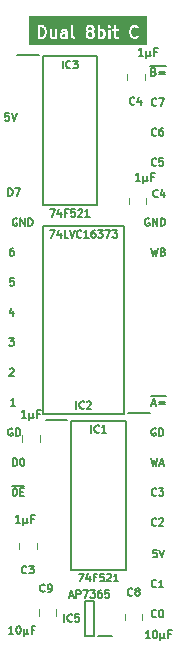
<source format=gbr>
%TF.GenerationSoftware,KiCad,Pcbnew,7.0.5*%
%TF.CreationDate,2024-01-22T19:42:54+02:00*%
%TF.ProjectId,Dual Comparator 8bit,4475616c-2043-46f6-9d70-617261746f72,rev?*%
%TF.SameCoordinates,Original*%
%TF.FileFunction,Legend,Top*%
%TF.FilePolarity,Positive*%
%FSLAX46Y46*%
G04 Gerber Fmt 4.6, Leading zero omitted, Abs format (unit mm)*
G04 Created by KiCad (PCBNEW 7.0.5) date 2024-01-22 19:42:54*
%MOMM*%
%LPD*%
G01*
G04 APERTURE LIST*
%ADD10C,0.150000*%
%ADD11C,0.200000*%
%ADD12C,0.120000*%
G04 APERTURE END LIST*
D10*
X102426601Y-96745486D02*
X102396363Y-96775725D01*
X102396363Y-96775725D02*
X102305649Y-96805963D01*
X102305649Y-96805963D02*
X102245173Y-96805963D01*
X102245173Y-96805963D02*
X102154458Y-96775725D01*
X102154458Y-96775725D02*
X102093982Y-96715248D01*
X102093982Y-96715248D02*
X102063744Y-96654772D01*
X102063744Y-96654772D02*
X102033506Y-96533820D01*
X102033506Y-96533820D02*
X102033506Y-96443105D01*
X102033506Y-96443105D02*
X102063744Y-96322153D01*
X102063744Y-96322153D02*
X102093982Y-96261677D01*
X102093982Y-96261677D02*
X102154458Y-96201201D01*
X102154458Y-96201201D02*
X102245173Y-96170963D01*
X102245173Y-96170963D02*
X102305649Y-96170963D01*
X102305649Y-96170963D02*
X102396363Y-96201201D01*
X102396363Y-96201201D02*
X102426601Y-96231439D01*
X102638268Y-96170963D02*
X103031363Y-96170963D01*
X103031363Y-96170963D02*
X102819696Y-96412867D01*
X102819696Y-96412867D02*
X102910411Y-96412867D01*
X102910411Y-96412867D02*
X102970887Y-96443105D01*
X102970887Y-96443105D02*
X103001125Y-96473344D01*
X103001125Y-96473344D02*
X103031363Y-96533820D01*
X103031363Y-96533820D02*
X103031363Y-96685010D01*
X103031363Y-96685010D02*
X103001125Y-96745486D01*
X103001125Y-96745486D02*
X102970887Y-96775725D01*
X102970887Y-96775725D02*
X102910411Y-96805963D01*
X102910411Y-96805963D02*
X102728982Y-96805963D01*
X102728982Y-96805963D02*
X102668506Y-96775725D01*
X102668506Y-96775725D02*
X102638268Y-96745486D01*
X102456839Y-101377963D02*
X102154458Y-101377963D01*
X102154458Y-101377963D02*
X102124220Y-101680344D01*
X102124220Y-101680344D02*
X102154458Y-101650105D01*
X102154458Y-101650105D02*
X102214934Y-101619867D01*
X102214934Y-101619867D02*
X102366125Y-101619867D01*
X102366125Y-101619867D02*
X102426601Y-101650105D01*
X102426601Y-101650105D02*
X102456839Y-101680344D01*
X102456839Y-101680344D02*
X102487077Y-101740820D01*
X102487077Y-101740820D02*
X102487077Y-101892010D01*
X102487077Y-101892010D02*
X102456839Y-101952486D01*
X102456839Y-101952486D02*
X102426601Y-101982725D01*
X102426601Y-101982725D02*
X102366125Y-102012963D01*
X102366125Y-102012963D02*
X102214934Y-102012963D01*
X102214934Y-102012963D02*
X102154458Y-101982725D01*
X102154458Y-101982725D02*
X102124220Y-101952486D01*
X102668506Y-101377963D02*
X102880172Y-102012963D01*
X102880172Y-102012963D02*
X103091839Y-101377963D01*
X102426601Y-104492486D02*
X102396363Y-104522725D01*
X102396363Y-104522725D02*
X102305649Y-104552963D01*
X102305649Y-104552963D02*
X102245173Y-104552963D01*
X102245173Y-104552963D02*
X102154458Y-104522725D01*
X102154458Y-104522725D02*
X102093982Y-104462248D01*
X102093982Y-104462248D02*
X102063744Y-104401772D01*
X102063744Y-104401772D02*
X102033506Y-104280820D01*
X102033506Y-104280820D02*
X102033506Y-104190105D01*
X102033506Y-104190105D02*
X102063744Y-104069153D01*
X102063744Y-104069153D02*
X102093982Y-104008677D01*
X102093982Y-104008677D02*
X102154458Y-103948201D01*
X102154458Y-103948201D02*
X102245173Y-103917963D01*
X102245173Y-103917963D02*
X102305649Y-103917963D01*
X102305649Y-103917963D02*
X102396363Y-103948201D01*
X102396363Y-103948201D02*
X102426601Y-103978439D01*
X103031363Y-104552963D02*
X102668506Y-104552963D01*
X102849934Y-104552963D02*
X102849934Y-103917963D01*
X102849934Y-103917963D02*
X102789458Y-104008677D01*
X102789458Y-104008677D02*
X102728982Y-104069153D01*
X102728982Y-104069153D02*
X102668506Y-104099391D01*
X90341255Y-78390963D02*
X90038874Y-78390963D01*
X90038874Y-78390963D02*
X90008636Y-78693344D01*
X90008636Y-78693344D02*
X90038874Y-78663105D01*
X90038874Y-78663105D02*
X90099350Y-78632867D01*
X90099350Y-78632867D02*
X90250541Y-78632867D01*
X90250541Y-78632867D02*
X90311017Y-78663105D01*
X90311017Y-78663105D02*
X90341255Y-78693344D01*
X90341255Y-78693344D02*
X90371493Y-78753820D01*
X90371493Y-78753820D02*
X90371493Y-78905010D01*
X90371493Y-78905010D02*
X90341255Y-78965486D01*
X90341255Y-78965486D02*
X90311017Y-78995725D01*
X90311017Y-78995725D02*
X90250541Y-79025963D01*
X90250541Y-79025963D02*
X90099350Y-79025963D01*
X90099350Y-79025963D02*
X90038874Y-78995725D01*
X90038874Y-78995725D02*
X90008636Y-78965486D01*
X101827887Y-73341201D02*
X101767411Y-73310963D01*
X101767411Y-73310963D02*
X101676697Y-73310963D01*
X101676697Y-73310963D02*
X101585982Y-73341201D01*
X101585982Y-73341201D02*
X101525506Y-73401677D01*
X101525506Y-73401677D02*
X101495268Y-73462153D01*
X101495268Y-73462153D02*
X101465030Y-73583105D01*
X101465030Y-73583105D02*
X101465030Y-73673820D01*
X101465030Y-73673820D02*
X101495268Y-73794772D01*
X101495268Y-73794772D02*
X101525506Y-73855248D01*
X101525506Y-73855248D02*
X101585982Y-73915725D01*
X101585982Y-73915725D02*
X101676697Y-73945963D01*
X101676697Y-73945963D02*
X101737173Y-73945963D01*
X101737173Y-73945963D02*
X101827887Y-73915725D01*
X101827887Y-73915725D02*
X101858125Y-73885486D01*
X101858125Y-73885486D02*
X101858125Y-73673820D01*
X101858125Y-73673820D02*
X101737173Y-73673820D01*
X102130268Y-73945963D02*
X102130268Y-73310963D01*
X102130268Y-73310963D02*
X102493125Y-73945963D01*
X102493125Y-73945963D02*
X102493125Y-73310963D01*
X102795506Y-73945963D02*
X102795506Y-73310963D01*
X102795506Y-73310963D02*
X102946696Y-73310963D01*
X102946696Y-73310963D02*
X103037411Y-73341201D01*
X103037411Y-73341201D02*
X103097887Y-73401677D01*
X103097887Y-73401677D02*
X103128125Y-73462153D01*
X103128125Y-73462153D02*
X103158363Y-73583105D01*
X103158363Y-73583105D02*
X103158363Y-73673820D01*
X103158363Y-73673820D02*
X103128125Y-73794772D01*
X103128125Y-73794772D02*
X103097887Y-73855248D01*
X103097887Y-73855248D02*
X103037411Y-73915725D01*
X103037411Y-73915725D02*
X102946696Y-73945963D01*
X102946696Y-73945963D02*
X102795506Y-73945963D01*
X90244493Y-91121201D02*
X90184017Y-91090963D01*
X90184017Y-91090963D02*
X90093303Y-91090963D01*
X90093303Y-91090963D02*
X90002588Y-91121201D01*
X90002588Y-91121201D02*
X89942112Y-91181677D01*
X89942112Y-91181677D02*
X89911874Y-91242153D01*
X89911874Y-91242153D02*
X89881636Y-91363105D01*
X89881636Y-91363105D02*
X89881636Y-91453820D01*
X89881636Y-91453820D02*
X89911874Y-91574772D01*
X89911874Y-91574772D02*
X89942112Y-91635248D01*
X89942112Y-91635248D02*
X90002588Y-91695725D01*
X90002588Y-91695725D02*
X90093303Y-91725963D01*
X90093303Y-91725963D02*
X90153779Y-91725963D01*
X90153779Y-91725963D02*
X90244493Y-91695725D01*
X90244493Y-91695725D02*
X90274731Y-91665486D01*
X90274731Y-91665486D02*
X90274731Y-91453820D01*
X90274731Y-91453820D02*
X90153779Y-91453820D01*
X90546874Y-91725963D02*
X90546874Y-91090963D01*
X90546874Y-91090963D02*
X90698064Y-91090963D01*
X90698064Y-91090963D02*
X90788779Y-91121201D01*
X90788779Y-91121201D02*
X90849255Y-91181677D01*
X90849255Y-91181677D02*
X90879493Y-91242153D01*
X90879493Y-91242153D02*
X90909731Y-91363105D01*
X90909731Y-91363105D02*
X90909731Y-91453820D01*
X90909731Y-91453820D02*
X90879493Y-91574772D01*
X90879493Y-91574772D02*
X90849255Y-91635248D01*
X90849255Y-91635248D02*
X90788779Y-91695725D01*
X90788779Y-91695725D02*
X90698064Y-91725963D01*
X90698064Y-91725963D02*
X90546874Y-91725963D01*
X90413826Y-96170963D02*
X90474303Y-96170963D01*
X90474303Y-96170963D02*
X90534779Y-96201201D01*
X90534779Y-96201201D02*
X90565017Y-96231439D01*
X90565017Y-96231439D02*
X90595255Y-96291915D01*
X90595255Y-96291915D02*
X90625493Y-96412867D01*
X90625493Y-96412867D02*
X90625493Y-96564058D01*
X90625493Y-96564058D02*
X90595255Y-96685010D01*
X90595255Y-96685010D02*
X90565017Y-96745486D01*
X90565017Y-96745486D02*
X90534779Y-96775725D01*
X90534779Y-96775725D02*
X90474303Y-96805963D01*
X90474303Y-96805963D02*
X90413826Y-96805963D01*
X90413826Y-96805963D02*
X90353350Y-96775725D01*
X90353350Y-96775725D02*
X90323112Y-96745486D01*
X90323112Y-96745486D02*
X90292874Y-96685010D01*
X90292874Y-96685010D02*
X90262636Y-96564058D01*
X90262636Y-96564058D02*
X90262636Y-96412867D01*
X90262636Y-96412867D02*
X90292874Y-96291915D01*
X90292874Y-96291915D02*
X90323112Y-96231439D01*
X90323112Y-96231439D02*
X90353350Y-96201201D01*
X90353350Y-96201201D02*
X90413826Y-96170963D01*
X90897636Y-96473344D02*
X91109303Y-96473344D01*
X91200017Y-96805963D02*
X90897636Y-96805963D01*
X90897636Y-96805963D02*
X90897636Y-96170963D01*
X90897636Y-96170963D02*
X91200017Y-96170963D01*
X90205184Y-95994675D02*
X91257470Y-95994675D01*
X102426601Y-66265486D02*
X102396363Y-66295725D01*
X102396363Y-66295725D02*
X102305649Y-66325963D01*
X102305649Y-66325963D02*
X102245173Y-66325963D01*
X102245173Y-66325963D02*
X102154458Y-66295725D01*
X102154458Y-66295725D02*
X102093982Y-66235248D01*
X102093982Y-66235248D02*
X102063744Y-66174772D01*
X102063744Y-66174772D02*
X102033506Y-66053820D01*
X102033506Y-66053820D02*
X102033506Y-65963105D01*
X102033506Y-65963105D02*
X102063744Y-65842153D01*
X102063744Y-65842153D02*
X102093982Y-65781677D01*
X102093982Y-65781677D02*
X102154458Y-65721201D01*
X102154458Y-65721201D02*
X102245173Y-65690963D01*
X102245173Y-65690963D02*
X102305649Y-65690963D01*
X102305649Y-65690963D02*
X102396363Y-65721201D01*
X102396363Y-65721201D02*
X102426601Y-65751439D01*
X102970887Y-65690963D02*
X102849934Y-65690963D01*
X102849934Y-65690963D02*
X102789458Y-65721201D01*
X102789458Y-65721201D02*
X102759220Y-65751439D01*
X102759220Y-65751439D02*
X102698744Y-65842153D01*
X102698744Y-65842153D02*
X102668506Y-65963105D01*
X102668506Y-65963105D02*
X102668506Y-66205010D01*
X102668506Y-66205010D02*
X102698744Y-66265486D01*
X102698744Y-66265486D02*
X102728982Y-66295725D01*
X102728982Y-66295725D02*
X102789458Y-66325963D01*
X102789458Y-66325963D02*
X102910411Y-66325963D01*
X102910411Y-66325963D02*
X102970887Y-66295725D01*
X102970887Y-66295725D02*
X103001125Y-66265486D01*
X103001125Y-66265486D02*
X103031363Y-66205010D01*
X103031363Y-66205010D02*
X103031363Y-66053820D01*
X103031363Y-66053820D02*
X103001125Y-65993344D01*
X103001125Y-65993344D02*
X102970887Y-65963105D01*
X102970887Y-65963105D02*
X102910411Y-65932867D01*
X102910411Y-65932867D02*
X102789458Y-65932867D01*
X102789458Y-65932867D02*
X102728982Y-65963105D01*
X102728982Y-65963105D02*
X102698744Y-65993344D01*
X102698744Y-65993344D02*
X102668506Y-66053820D01*
X90292874Y-94265963D02*
X90292874Y-93630963D01*
X90292874Y-93630963D02*
X90444064Y-93630963D01*
X90444064Y-93630963D02*
X90534779Y-93661201D01*
X90534779Y-93661201D02*
X90595255Y-93721677D01*
X90595255Y-93721677D02*
X90625493Y-93782153D01*
X90625493Y-93782153D02*
X90655731Y-93903105D01*
X90655731Y-93903105D02*
X90655731Y-93993820D01*
X90655731Y-93993820D02*
X90625493Y-94114772D01*
X90625493Y-94114772D02*
X90595255Y-94175248D01*
X90595255Y-94175248D02*
X90534779Y-94235725D01*
X90534779Y-94235725D02*
X90444064Y-94265963D01*
X90444064Y-94265963D02*
X90292874Y-94265963D01*
X91048826Y-93630963D02*
X91109303Y-93630963D01*
X91109303Y-93630963D02*
X91169779Y-93661201D01*
X91169779Y-93661201D02*
X91200017Y-93691439D01*
X91200017Y-93691439D02*
X91230255Y-93751915D01*
X91230255Y-93751915D02*
X91260493Y-93872867D01*
X91260493Y-93872867D02*
X91260493Y-94024058D01*
X91260493Y-94024058D02*
X91230255Y-94145010D01*
X91230255Y-94145010D02*
X91200017Y-94205486D01*
X91200017Y-94205486D02*
X91169779Y-94235725D01*
X91169779Y-94235725D02*
X91109303Y-94265963D01*
X91109303Y-94265963D02*
X91048826Y-94265963D01*
X91048826Y-94265963D02*
X90988350Y-94235725D01*
X90988350Y-94235725D02*
X90958112Y-94205486D01*
X90958112Y-94205486D02*
X90927874Y-94145010D01*
X90927874Y-94145010D02*
X90897636Y-94024058D01*
X90897636Y-94024058D02*
X90897636Y-93872867D01*
X90897636Y-93872867D02*
X90927874Y-93751915D01*
X90927874Y-93751915D02*
X90958112Y-93691439D01*
X90958112Y-93691439D02*
X90988350Y-93661201D01*
X90988350Y-93661201D02*
X91048826Y-93630963D01*
X90311017Y-81142629D02*
X90311017Y-81565963D01*
X90159826Y-80900725D02*
X90008636Y-81354296D01*
X90008636Y-81354296D02*
X90401731Y-81354296D01*
X90311017Y-75850963D02*
X90190064Y-75850963D01*
X90190064Y-75850963D02*
X90129588Y-75881201D01*
X90129588Y-75881201D02*
X90099350Y-75911439D01*
X90099350Y-75911439D02*
X90038874Y-76002153D01*
X90038874Y-76002153D02*
X90008636Y-76123105D01*
X90008636Y-76123105D02*
X90008636Y-76365010D01*
X90008636Y-76365010D02*
X90038874Y-76425486D01*
X90038874Y-76425486D02*
X90069112Y-76455725D01*
X90069112Y-76455725D02*
X90129588Y-76485963D01*
X90129588Y-76485963D02*
X90250541Y-76485963D01*
X90250541Y-76485963D02*
X90311017Y-76455725D01*
X90311017Y-76455725D02*
X90341255Y-76425486D01*
X90341255Y-76425486D02*
X90371493Y-76365010D01*
X90371493Y-76365010D02*
X90371493Y-76213820D01*
X90371493Y-76213820D02*
X90341255Y-76153344D01*
X90341255Y-76153344D02*
X90311017Y-76123105D01*
X90311017Y-76123105D02*
X90250541Y-76092867D01*
X90250541Y-76092867D02*
X90129588Y-76092867D01*
X90129588Y-76092867D02*
X90069112Y-76123105D01*
X90069112Y-76123105D02*
X90038874Y-76153344D01*
X90038874Y-76153344D02*
X90008636Y-76213820D01*
X89911874Y-71405963D02*
X89911874Y-70770963D01*
X89911874Y-70770963D02*
X90063064Y-70770963D01*
X90063064Y-70770963D02*
X90153779Y-70801201D01*
X90153779Y-70801201D02*
X90214255Y-70861677D01*
X90214255Y-70861677D02*
X90244493Y-70922153D01*
X90244493Y-70922153D02*
X90274731Y-71043105D01*
X90274731Y-71043105D02*
X90274731Y-71133820D01*
X90274731Y-71133820D02*
X90244493Y-71254772D01*
X90244493Y-71254772D02*
X90214255Y-71315248D01*
X90214255Y-71315248D02*
X90153779Y-71375725D01*
X90153779Y-71375725D02*
X90063064Y-71405963D01*
X90063064Y-71405963D02*
X89911874Y-71405963D01*
X90486398Y-70770963D02*
X90909731Y-70770963D01*
X90909731Y-70770963D02*
X90637588Y-71405963D01*
X102426601Y-63725486D02*
X102396363Y-63755725D01*
X102396363Y-63755725D02*
X102305649Y-63785963D01*
X102305649Y-63785963D02*
X102245173Y-63785963D01*
X102245173Y-63785963D02*
X102154458Y-63755725D01*
X102154458Y-63755725D02*
X102093982Y-63695248D01*
X102093982Y-63695248D02*
X102063744Y-63634772D01*
X102063744Y-63634772D02*
X102033506Y-63513820D01*
X102033506Y-63513820D02*
X102033506Y-63423105D01*
X102033506Y-63423105D02*
X102063744Y-63302153D01*
X102063744Y-63302153D02*
X102093982Y-63241677D01*
X102093982Y-63241677D02*
X102154458Y-63181201D01*
X102154458Y-63181201D02*
X102245173Y-63150963D01*
X102245173Y-63150963D02*
X102305649Y-63150963D01*
X102305649Y-63150963D02*
X102396363Y-63181201D01*
X102396363Y-63181201D02*
X102426601Y-63211439D01*
X102638268Y-63150963D02*
X103061601Y-63150963D01*
X103061601Y-63150963D02*
X102789458Y-63785963D01*
X90498493Y-89185963D02*
X90135636Y-89185963D01*
X90317064Y-89185963D02*
X90317064Y-88550963D01*
X90317064Y-88550963D02*
X90256588Y-88641677D01*
X90256588Y-88641677D02*
X90196112Y-88702153D01*
X90196112Y-88702153D02*
X90135636Y-88732391D01*
X102426601Y-68805486D02*
X102396363Y-68835725D01*
X102396363Y-68835725D02*
X102305649Y-68865963D01*
X102305649Y-68865963D02*
X102245173Y-68865963D01*
X102245173Y-68865963D02*
X102154458Y-68835725D01*
X102154458Y-68835725D02*
X102093982Y-68775248D01*
X102093982Y-68775248D02*
X102063744Y-68714772D01*
X102063744Y-68714772D02*
X102033506Y-68593820D01*
X102033506Y-68593820D02*
X102033506Y-68503105D01*
X102033506Y-68503105D02*
X102063744Y-68382153D01*
X102063744Y-68382153D02*
X102093982Y-68321677D01*
X102093982Y-68321677D02*
X102154458Y-68261201D01*
X102154458Y-68261201D02*
X102245173Y-68230963D01*
X102245173Y-68230963D02*
X102305649Y-68230963D01*
X102305649Y-68230963D02*
X102396363Y-68261201D01*
X102396363Y-68261201D02*
X102426601Y-68291439D01*
X103001125Y-68230963D02*
X102698744Y-68230963D01*
X102698744Y-68230963D02*
X102668506Y-68533344D01*
X102668506Y-68533344D02*
X102698744Y-68503105D01*
X102698744Y-68503105D02*
X102759220Y-68472867D01*
X102759220Y-68472867D02*
X102910411Y-68472867D01*
X102910411Y-68472867D02*
X102970887Y-68503105D01*
X102970887Y-68503105D02*
X103001125Y-68533344D01*
X103001125Y-68533344D02*
X103031363Y-68593820D01*
X103031363Y-68593820D02*
X103031363Y-68745010D01*
X103031363Y-68745010D02*
X103001125Y-68805486D01*
X103001125Y-68805486D02*
X102970887Y-68835725D01*
X102970887Y-68835725D02*
X102910411Y-68865963D01*
X102910411Y-68865963D02*
X102759220Y-68865963D01*
X102759220Y-68865963D02*
X102698744Y-68835725D01*
X102698744Y-68835725D02*
X102668506Y-68805486D01*
X102220983Y-60913344D02*
X102311697Y-60943582D01*
X102311697Y-60943582D02*
X102341935Y-60973820D01*
X102341935Y-60973820D02*
X102372173Y-61034296D01*
X102372173Y-61034296D02*
X102372173Y-61125010D01*
X102372173Y-61125010D02*
X102341935Y-61185486D01*
X102341935Y-61185486D02*
X102311697Y-61215725D01*
X102311697Y-61215725D02*
X102251221Y-61245963D01*
X102251221Y-61245963D02*
X102009316Y-61245963D01*
X102009316Y-61245963D02*
X102009316Y-60610963D01*
X102009316Y-60610963D02*
X102220983Y-60610963D01*
X102220983Y-60610963D02*
X102281459Y-60641201D01*
X102281459Y-60641201D02*
X102311697Y-60671439D01*
X102311697Y-60671439D02*
X102341935Y-60731915D01*
X102341935Y-60731915D02*
X102341935Y-60792391D01*
X102341935Y-60792391D02*
X102311697Y-60852867D01*
X102311697Y-60852867D02*
X102281459Y-60883105D01*
X102281459Y-60883105D02*
X102220983Y-60913344D01*
X102220983Y-60913344D02*
X102009316Y-60913344D01*
X102644316Y-60913344D02*
X103128126Y-60913344D01*
X103128126Y-61094772D02*
X102644316Y-61094772D01*
X101921626Y-60434675D02*
X103215816Y-60434675D01*
X102426601Y-107032486D02*
X102396363Y-107062725D01*
X102396363Y-107062725D02*
X102305649Y-107092963D01*
X102305649Y-107092963D02*
X102245173Y-107092963D01*
X102245173Y-107092963D02*
X102154458Y-107062725D01*
X102154458Y-107062725D02*
X102093982Y-107002248D01*
X102093982Y-107002248D02*
X102063744Y-106941772D01*
X102063744Y-106941772D02*
X102033506Y-106820820D01*
X102033506Y-106820820D02*
X102033506Y-106730105D01*
X102033506Y-106730105D02*
X102063744Y-106609153D01*
X102063744Y-106609153D02*
X102093982Y-106548677D01*
X102093982Y-106548677D02*
X102154458Y-106488201D01*
X102154458Y-106488201D02*
X102245173Y-106457963D01*
X102245173Y-106457963D02*
X102305649Y-106457963D01*
X102305649Y-106457963D02*
X102396363Y-106488201D01*
X102396363Y-106488201D02*
X102426601Y-106518439D01*
X102819696Y-106457963D02*
X102880173Y-106457963D01*
X102880173Y-106457963D02*
X102940649Y-106488201D01*
X102940649Y-106488201D02*
X102970887Y-106518439D01*
X102970887Y-106518439D02*
X103001125Y-106578915D01*
X103001125Y-106578915D02*
X103031363Y-106699867D01*
X103031363Y-106699867D02*
X103031363Y-106851058D01*
X103031363Y-106851058D02*
X103001125Y-106972010D01*
X103001125Y-106972010D02*
X102970887Y-107032486D01*
X102970887Y-107032486D02*
X102940649Y-107062725D01*
X102940649Y-107062725D02*
X102880173Y-107092963D01*
X102880173Y-107092963D02*
X102819696Y-107092963D01*
X102819696Y-107092963D02*
X102759220Y-107062725D01*
X102759220Y-107062725D02*
X102728982Y-107032486D01*
X102728982Y-107032486D02*
X102698744Y-106972010D01*
X102698744Y-106972010D02*
X102668506Y-106851058D01*
X102668506Y-106851058D02*
X102668506Y-106699867D01*
X102668506Y-106699867D02*
X102698744Y-106578915D01*
X102698744Y-106578915D02*
X102728982Y-106518439D01*
X102728982Y-106518439D02*
X102759220Y-106488201D01*
X102759220Y-106488201D02*
X102819696Y-106457963D01*
X102069792Y-89004534D02*
X102372173Y-89004534D01*
X102009316Y-89185963D02*
X102220982Y-88550963D01*
X102220982Y-88550963D02*
X102432649Y-89185963D01*
X102644316Y-88853344D02*
X103128126Y-88853344D01*
X103128126Y-89034772D02*
X102644316Y-89034772D01*
X102012340Y-88374675D02*
X103215816Y-88374675D01*
X101973030Y-93630963D02*
X102124220Y-94265963D01*
X102124220Y-94265963D02*
X102245173Y-93812391D01*
X102245173Y-93812391D02*
X102366125Y-94265963D01*
X102366125Y-94265963D02*
X102517316Y-93630963D01*
X102728982Y-94084534D02*
X103031363Y-94084534D01*
X102668506Y-94265963D02*
X102880172Y-93630963D01*
X102880172Y-93630963D02*
X103091839Y-94265963D01*
X89978398Y-83470963D02*
X90371493Y-83470963D01*
X90371493Y-83470963D02*
X90159826Y-83712867D01*
X90159826Y-83712867D02*
X90250541Y-83712867D01*
X90250541Y-83712867D02*
X90311017Y-83743105D01*
X90311017Y-83743105D02*
X90341255Y-83773344D01*
X90341255Y-83773344D02*
X90371493Y-83833820D01*
X90371493Y-83833820D02*
X90371493Y-83985010D01*
X90371493Y-83985010D02*
X90341255Y-84045486D01*
X90341255Y-84045486D02*
X90311017Y-84075725D01*
X90311017Y-84075725D02*
X90250541Y-84105963D01*
X90250541Y-84105963D02*
X90069112Y-84105963D01*
X90069112Y-84105963D02*
X90008636Y-84075725D01*
X90008636Y-84075725D02*
X89978398Y-84045486D01*
X102553601Y-71472486D02*
X102523363Y-71502725D01*
X102523363Y-71502725D02*
X102432649Y-71532963D01*
X102432649Y-71532963D02*
X102372173Y-71532963D01*
X102372173Y-71532963D02*
X102281458Y-71502725D01*
X102281458Y-71502725D02*
X102220982Y-71442248D01*
X102220982Y-71442248D02*
X102190744Y-71381772D01*
X102190744Y-71381772D02*
X102160506Y-71260820D01*
X102160506Y-71260820D02*
X102160506Y-71170105D01*
X102160506Y-71170105D02*
X102190744Y-71049153D01*
X102190744Y-71049153D02*
X102220982Y-70988677D01*
X102220982Y-70988677D02*
X102281458Y-70928201D01*
X102281458Y-70928201D02*
X102372173Y-70897963D01*
X102372173Y-70897963D02*
X102432649Y-70897963D01*
X102432649Y-70897963D02*
X102523363Y-70928201D01*
X102523363Y-70928201D02*
X102553601Y-70958439D01*
X103097887Y-71109629D02*
X103097887Y-71532963D01*
X102946696Y-70867725D02*
X102795506Y-71321296D01*
X102795506Y-71321296D02*
X103188601Y-71321296D01*
X102009316Y-75850963D02*
X102160506Y-76485963D01*
X102160506Y-76485963D02*
X102281459Y-76032391D01*
X102281459Y-76032391D02*
X102402411Y-76485963D01*
X102402411Y-76485963D02*
X102553602Y-75850963D01*
X103007173Y-76153344D02*
X103097887Y-76183582D01*
X103097887Y-76183582D02*
X103128125Y-76213820D01*
X103128125Y-76213820D02*
X103158363Y-76274296D01*
X103158363Y-76274296D02*
X103158363Y-76365010D01*
X103158363Y-76365010D02*
X103128125Y-76425486D01*
X103128125Y-76425486D02*
X103097887Y-76455725D01*
X103097887Y-76455725D02*
X103037411Y-76485963D01*
X103037411Y-76485963D02*
X102795506Y-76485963D01*
X102795506Y-76485963D02*
X102795506Y-75850963D01*
X102795506Y-75850963D02*
X103007173Y-75850963D01*
X103007173Y-75850963D02*
X103067649Y-75881201D01*
X103067649Y-75881201D02*
X103097887Y-75911439D01*
X103097887Y-75911439D02*
X103128125Y-75971915D01*
X103128125Y-75971915D02*
X103128125Y-76032391D01*
X103128125Y-76032391D02*
X103097887Y-76092867D01*
X103097887Y-76092867D02*
X103067649Y-76123105D01*
X103067649Y-76123105D02*
X103007173Y-76153344D01*
X103007173Y-76153344D02*
X102795506Y-76153344D01*
D11*
G36*
X92831076Y-57168241D02*
G01*
X92898147Y-57235312D01*
X92933598Y-57306214D01*
X92975570Y-57474100D01*
X92975570Y-57592334D01*
X92933598Y-57760222D01*
X92898146Y-57831125D01*
X92831076Y-57898196D01*
X92726010Y-57933219D01*
X92604142Y-57933219D01*
X92604142Y-57133219D01*
X92726009Y-57133219D01*
X92831076Y-57168241D01*
G37*
G36*
X94737475Y-57752333D02*
G01*
X94737475Y-57923796D01*
X94718631Y-57933219D01*
X94527748Y-57933219D01*
X94483439Y-57911064D01*
X94461285Y-57866755D01*
X94461285Y-57818729D01*
X94483439Y-57774420D01*
X94527748Y-57752266D01*
X94736852Y-57752266D01*
X94737475Y-57752333D01*
G37*
G36*
X96968716Y-57591594D02*
G01*
X96993386Y-57616264D01*
X97023190Y-57675871D01*
X97023190Y-57819136D01*
X96993386Y-57878743D01*
X96968715Y-57903414D01*
X96909108Y-57933219D01*
X96765844Y-57933219D01*
X96706237Y-57903415D01*
X96681566Y-57878743D01*
X96651762Y-57819135D01*
X96651762Y-57675872D01*
X96681566Y-57616263D01*
X96706236Y-57591594D01*
X96765844Y-57561790D01*
X96909108Y-57561790D01*
X96968716Y-57591594D01*
G37*
G36*
X96968716Y-57163023D02*
G01*
X96993385Y-57187692D01*
X97023190Y-57247301D01*
X97023190Y-57247707D01*
X96993386Y-57307315D01*
X96968716Y-57331985D01*
X96909108Y-57361790D01*
X96765844Y-57361790D01*
X96706236Y-57331986D01*
X96681566Y-57307316D01*
X96651762Y-57247707D01*
X96651762Y-57247301D01*
X96681566Y-57187692D01*
X96706236Y-57163022D01*
X96765844Y-57133219D01*
X96909108Y-57133219D01*
X96968716Y-57163023D01*
G37*
G36*
X97873478Y-57496356D02*
G01*
X97898148Y-57521026D01*
X97927952Y-57580633D01*
X97927952Y-57819136D01*
X97898148Y-57878743D01*
X97873477Y-57903414D01*
X97813870Y-57933219D01*
X97670606Y-57933219D01*
X97651762Y-57923797D01*
X97651762Y-57475974D01*
X97670606Y-57466552D01*
X97813870Y-57466552D01*
X97873478Y-57496356D01*
G37*
G36*
X101620810Y-58608857D02*
G01*
X91673190Y-58608857D01*
X91673190Y-58048051D01*
X92400981Y-58048051D01*
X92410207Y-58068254D01*
X92416465Y-58089566D01*
X92422215Y-58094548D01*
X92425376Y-58101470D01*
X92444061Y-58113478D01*
X92460847Y-58128023D01*
X92468378Y-58129105D01*
X92474779Y-58133219D01*
X92496988Y-58133219D01*
X92518974Y-58136380D01*
X92525896Y-58133219D01*
X92729697Y-58133219D01*
X92746004Y-58137373D01*
X92772143Y-58128659D01*
X92798584Y-58120896D01*
X92799863Y-58119419D01*
X92911604Y-58082172D01*
X92935042Y-58077073D01*
X92949492Y-58062622D01*
X92966275Y-58050959D01*
X92969887Y-58042227D01*
X93042177Y-57969936D01*
X93056643Y-57961345D01*
X93068956Y-57936718D01*
X93082173Y-57912514D01*
X93082033Y-57910564D01*
X93082906Y-57908819D01*
X93401568Y-57908819D01*
X93410706Y-57927096D01*
X93416465Y-57946708D01*
X93423605Y-57952895D01*
X93450925Y-58007535D01*
X93450788Y-58011420D01*
X93463932Y-58033550D01*
X93468748Y-58043182D01*
X93471251Y-58045873D01*
X93480777Y-58061911D01*
X93490859Y-58066952D01*
X93498539Y-58075208D01*
X93516615Y-58079830D01*
X93597460Y-58120253D01*
X93617636Y-58133219D01*
X93638071Y-58133219D01*
X93658187Y-58136839D01*
X93666915Y-58133219D01*
X93784471Y-58133219D01*
X93808314Y-58135793D01*
X93826590Y-58126654D01*
X93846203Y-58120896D01*
X93852391Y-58113754D01*
X93865428Y-58107235D01*
X93889418Y-58128023D01*
X93947545Y-58136380D01*
X94000964Y-58111985D01*
X94032713Y-58062582D01*
X94032712Y-57963502D01*
X94034553Y-57960133D01*
X94032713Y-57934409D01*
X94032713Y-57806311D01*
X94257665Y-57806311D01*
X94261285Y-57815039D01*
X94261285Y-57884975D01*
X94258711Y-57908819D01*
X94267849Y-57927096D01*
X94273608Y-57946708D01*
X94280748Y-57952895D01*
X94308068Y-58007535D01*
X94307931Y-58011420D01*
X94321075Y-58033550D01*
X94325891Y-58043182D01*
X94328394Y-58045873D01*
X94337920Y-58061911D01*
X94348002Y-58066952D01*
X94355682Y-58075208D01*
X94373758Y-58079830D01*
X94454603Y-58120253D01*
X94474779Y-58133219D01*
X94495214Y-58133219D01*
X94515330Y-58136839D01*
X94524058Y-58133219D01*
X94736852Y-58133219D01*
X94760695Y-58135793D01*
X94778971Y-58126654D01*
X94789151Y-58123665D01*
X94794180Y-58128023D01*
X94852307Y-58136380D01*
X94905726Y-58111985D01*
X94937475Y-58062582D01*
X94937475Y-57998183D01*
X94941632Y-57981927D01*
X94937475Y-57969418D01*
X94937475Y-57908819D01*
X95211092Y-57908819D01*
X95220230Y-57927096D01*
X95225989Y-57946708D01*
X95233129Y-57952895D01*
X95260449Y-58007535D01*
X95260312Y-58011420D01*
X95273456Y-58033550D01*
X95278272Y-58043182D01*
X95280775Y-58045873D01*
X95290301Y-58061911D01*
X95300383Y-58066952D01*
X95308063Y-58075208D01*
X95326139Y-58079830D01*
X95424662Y-58129092D01*
X95467711Y-58136839D01*
X95521956Y-58114341D01*
X95555426Y-58066088D01*
X95557496Y-58007399D01*
X95527507Y-57956908D01*
X95435820Y-57911064D01*
X95413666Y-57866755D01*
X95413666Y-57663454D01*
X96448142Y-57663454D01*
X96451762Y-57672182D01*
X96451762Y-57837356D01*
X96449188Y-57861200D01*
X96458326Y-57879476D01*
X96464085Y-57899089D01*
X96471226Y-57905277D01*
X96504330Y-57971484D01*
X96507907Y-57987927D01*
X96527390Y-58007410D01*
X96546159Y-58027588D01*
X96548051Y-58028071D01*
X96567423Y-58047444D01*
X96576016Y-58061911D01*
X96600654Y-58074230D01*
X96624845Y-58087440D01*
X96626794Y-58087300D01*
X96692699Y-58120253D01*
X96712875Y-58133219D01*
X96733310Y-58133219D01*
X96753426Y-58136839D01*
X96762154Y-58133219D01*
X96927329Y-58133219D01*
X96951172Y-58135793D01*
X96969448Y-58126654D01*
X96989061Y-58120896D01*
X96995249Y-58113754D01*
X97061457Y-58080650D01*
X97077901Y-58077073D01*
X97097386Y-58057587D01*
X97117560Y-58038822D01*
X97118044Y-58036928D01*
X97137417Y-58017555D01*
X97151882Y-58008964D01*
X97164199Y-57984329D01*
X97177411Y-57960133D01*
X97177271Y-57958185D01*
X97210224Y-57892280D01*
X97223190Y-57872105D01*
X97223190Y-57851669D01*
X97226810Y-57831554D01*
X97223190Y-57822825D01*
X97223190Y-57657650D01*
X97225764Y-57633807D01*
X97216625Y-57615529D01*
X97210867Y-57595919D01*
X97203725Y-57589731D01*
X97170620Y-57523520D01*
X97167044Y-57507080D01*
X97147569Y-57487605D01*
X97128793Y-57467419D01*
X97126898Y-57466934D01*
X97121754Y-57461789D01*
X97137415Y-57446128D01*
X97151882Y-57437536D01*
X97161728Y-57417844D01*
X97447605Y-57417844D01*
X97451762Y-57430352D01*
X97451762Y-57983833D01*
X97450789Y-58011420D01*
X97451762Y-58013058D01*
X97451762Y-58047598D01*
X97464085Y-58089566D01*
X97508467Y-58128023D01*
X97566594Y-58136380D01*
X97599308Y-58121440D01*
X97617637Y-58133219D01*
X97638072Y-58133219D01*
X97658188Y-58136839D01*
X97666916Y-58133219D01*
X97832091Y-58133219D01*
X97855934Y-58135793D01*
X97874210Y-58126654D01*
X97893823Y-58120896D01*
X97900011Y-58113754D01*
X97966219Y-58080650D01*
X97982663Y-58077073D01*
X98002148Y-58057587D01*
X98012887Y-58047598D01*
X98356524Y-58047598D01*
X98368847Y-58089566D01*
X98413229Y-58128023D01*
X98471356Y-58136380D01*
X98524775Y-58111985D01*
X98556524Y-58062582D01*
X98556524Y-57381384D01*
X98686696Y-57381384D01*
X98711091Y-57434803D01*
X98760494Y-57466552D01*
X98832714Y-57466552D01*
X98832714Y-57884975D01*
X98830140Y-57908819D01*
X98839278Y-57927096D01*
X98845037Y-57946708D01*
X98852177Y-57952895D01*
X98879497Y-58007535D01*
X98879360Y-58011420D01*
X98892504Y-58033550D01*
X98897320Y-58043182D01*
X98899823Y-58045873D01*
X98909349Y-58061911D01*
X98919431Y-58066952D01*
X98927111Y-58075208D01*
X98945187Y-58079830D01*
X99026032Y-58120253D01*
X99046208Y-58133219D01*
X99066643Y-58133219D01*
X99086759Y-58136839D01*
X99095487Y-58133219D01*
X99185188Y-58133219D01*
X99227156Y-58120896D01*
X99265613Y-58076514D01*
X99273970Y-58018387D01*
X99249575Y-57964968D01*
X99200172Y-57933219D01*
X99099177Y-57933219D01*
X99054868Y-57911064D01*
X99032714Y-57866755D01*
X99032714Y-57600414D01*
X100114293Y-57600414D01*
X100118429Y-57616958D01*
X100118429Y-57619026D01*
X100121908Y-57630876D01*
X100164713Y-57802096D01*
X100163474Y-57813581D01*
X100171695Y-57830023D01*
X100172521Y-57833326D01*
X100178106Y-57842846D01*
X100218616Y-57923865D01*
X100222193Y-57940308D01*
X100241675Y-57959790D01*
X100260445Y-57979969D01*
X100262337Y-57980452D01*
X100334382Y-58052498D01*
X100349426Y-58071183D01*
X100368811Y-58077644D01*
X100386751Y-58087441D01*
X100396177Y-58086766D01*
X100508243Y-58124121D01*
X100522399Y-58133219D01*
X100549954Y-58133219D01*
X100577491Y-58134215D01*
X100579171Y-58133219D01*
X100634460Y-58133219D01*
X100650767Y-58137373D01*
X100676906Y-58128659D01*
X100703347Y-58120896D01*
X100704626Y-58119419D01*
X100816365Y-58082172D01*
X100839806Y-58077073D01*
X100854258Y-58062620D01*
X100871038Y-58050959D01*
X100874649Y-58042228D01*
X100918355Y-57998522D01*
X100939316Y-57960133D01*
X100935126Y-57901557D01*
X100899933Y-57854546D01*
X100844910Y-57834023D01*
X100787527Y-57846507D01*
X100735838Y-57898196D01*
X100630773Y-57933219D01*
X100567989Y-57933219D01*
X100462923Y-57898197D01*
X100395852Y-57831124D01*
X100360400Y-57760221D01*
X100318429Y-57592335D01*
X100318429Y-57474101D01*
X100360400Y-57306214D01*
X100395852Y-57235311D01*
X100462922Y-57168241D01*
X100567988Y-57133219D01*
X100630772Y-57133219D01*
X100735839Y-57168241D01*
X100776933Y-57209335D01*
X100815322Y-57230297D01*
X100873898Y-57226107D01*
X100920909Y-57190915D01*
X100941432Y-57135892D01*
X100928949Y-57078509D01*
X100864373Y-57013933D01*
X100849335Y-56995255D01*
X100829949Y-56988793D01*
X100812011Y-56978998D01*
X100802586Y-56979672D01*
X100690518Y-56942316D01*
X100676363Y-56933219D01*
X100648808Y-56933219D01*
X100621270Y-56932223D01*
X100619590Y-56933219D01*
X100564300Y-56933219D01*
X100547995Y-56929065D01*
X100521854Y-56937778D01*
X100495415Y-56945542D01*
X100494135Y-56947018D01*
X100382397Y-56984264D01*
X100358957Y-56989364D01*
X100344504Y-57003816D01*
X100327724Y-57015479D01*
X100324112Y-57024208D01*
X100251821Y-57096500D01*
X100237356Y-57105092D01*
X100225038Y-57129726D01*
X100211827Y-57153922D01*
X100211966Y-57155871D01*
X100184572Y-57210659D01*
X100176155Y-57218574D01*
X100171695Y-57236413D01*
X100170175Y-57239454D01*
X100168222Y-57250305D01*
X100125405Y-57421570D01*
X100118429Y-57432427D01*
X100118429Y-57449478D01*
X100117927Y-57451486D01*
X100118429Y-57463832D01*
X100118429Y-57588188D01*
X100114293Y-57600414D01*
X99032714Y-57600414D01*
X99032714Y-57466552D01*
X99185188Y-57466552D01*
X99227156Y-57454229D01*
X99265613Y-57409847D01*
X99273970Y-57351720D01*
X99249575Y-57298301D01*
X99200172Y-57266552D01*
X99032714Y-57266552D01*
X99032714Y-57018840D01*
X99020391Y-56976872D01*
X98976009Y-56938415D01*
X98917882Y-56930058D01*
X98864463Y-56954453D01*
X98832714Y-57003856D01*
X98832714Y-57266552D01*
X98775478Y-57266552D01*
X98733510Y-57278875D01*
X98695053Y-57323257D01*
X98686696Y-57381384D01*
X98556524Y-57381384D01*
X98556524Y-57352173D01*
X98544201Y-57310205D01*
X98499819Y-57271748D01*
X98441692Y-57263391D01*
X98388273Y-57287786D01*
X98356524Y-57337189D01*
X98356524Y-58047598D01*
X98012887Y-58047598D01*
X98022322Y-58038822D01*
X98022806Y-58036928D01*
X98042179Y-58017555D01*
X98056644Y-58008964D01*
X98068961Y-57984329D01*
X98082173Y-57960133D01*
X98082033Y-57958185D01*
X98114986Y-57892280D01*
X98127952Y-57872105D01*
X98127952Y-57851669D01*
X98131572Y-57831554D01*
X98127952Y-57822825D01*
X98127952Y-57562412D01*
X98130526Y-57538569D01*
X98121387Y-57520291D01*
X98115629Y-57500681D01*
X98108487Y-57494493D01*
X98075382Y-57428282D01*
X98071806Y-57411842D01*
X98052331Y-57392367D01*
X98033555Y-57372181D01*
X98031660Y-57371696D01*
X98012290Y-57352326D01*
X98003698Y-57337860D01*
X97979063Y-57325542D01*
X97954868Y-57312331D01*
X97952918Y-57312470D01*
X97887017Y-57279519D01*
X97866839Y-57266552D01*
X97846403Y-57266552D01*
X97826288Y-57262932D01*
X97817560Y-57266552D01*
X97652384Y-57266552D01*
X97651762Y-57266484D01*
X97651762Y-57073403D01*
X98304948Y-57073403D01*
X98309669Y-57095106D01*
X98311254Y-57117260D01*
X98315814Y-57123352D01*
X98317432Y-57130786D01*
X98333133Y-57146487D01*
X98346447Y-57164272D01*
X98353577Y-57166931D01*
X98367764Y-57181118D01*
X98368847Y-57184804D01*
X98382912Y-57196991D01*
X98394066Y-57211891D01*
X98404673Y-57215847D01*
X98413229Y-57223261D01*
X98424435Y-57224872D01*
X98434370Y-57230297D01*
X98441958Y-57229754D01*
X98449089Y-57232414D01*
X98460151Y-57230007D01*
X98471356Y-57231618D01*
X98481655Y-57226914D01*
X98492946Y-57226107D01*
X98499036Y-57221547D01*
X98506472Y-57219930D01*
X98514475Y-57211926D01*
X98524775Y-57207223D01*
X98530896Y-57197697D01*
X98539957Y-57190915D01*
X98542616Y-57183785D01*
X98569796Y-57156605D01*
X98587576Y-57143296D01*
X98595336Y-57122489D01*
X98605983Y-57102992D01*
X98605440Y-57095401D01*
X98608099Y-57088273D01*
X98603377Y-57066569D01*
X98601793Y-57044416D01*
X98597233Y-57038325D01*
X98595616Y-57030890D01*
X98579910Y-57015184D01*
X98566601Y-56997405D01*
X98559471Y-56994745D01*
X98545283Y-56980557D01*
X98544201Y-56976872D01*
X98530133Y-56964682D01*
X98518982Y-56949786D01*
X98508376Y-56945830D01*
X98499819Y-56938415D01*
X98488612Y-56936803D01*
X98478678Y-56931379D01*
X98471087Y-56931921D01*
X98463959Y-56929263D01*
X98452898Y-56931669D01*
X98441692Y-56930058D01*
X98431394Y-56934760D01*
X98420102Y-56935568D01*
X98414009Y-56940128D01*
X98406576Y-56941746D01*
X98398572Y-56949749D01*
X98388273Y-56954453D01*
X98382152Y-56963976D01*
X98373090Y-56970761D01*
X98370430Y-56977891D01*
X98343255Y-57005066D01*
X98325471Y-57018380D01*
X98317708Y-57039192D01*
X98307065Y-57058684D01*
X98307607Y-57066272D01*
X98304948Y-57073403D01*
X97651762Y-57073403D01*
X97651762Y-57018840D01*
X97639439Y-56976872D01*
X97595057Y-56938415D01*
X97536930Y-56930058D01*
X97483511Y-56954453D01*
X97451762Y-57003856D01*
X97451762Y-57401586D01*
X97447605Y-57417844D01*
X97161728Y-57417844D01*
X97164200Y-57412899D01*
X97177411Y-57388706D01*
X97177271Y-57386757D01*
X97210224Y-57320852D01*
X97223190Y-57300677D01*
X97223190Y-57280241D01*
X97226810Y-57260126D01*
X97223190Y-57251397D01*
X97223190Y-57229079D01*
X97225764Y-57205236D01*
X97216625Y-57186958D01*
X97210867Y-57167348D01*
X97203725Y-57161160D01*
X97170620Y-57094949D01*
X97167044Y-57078509D01*
X97147569Y-57059034D01*
X97128793Y-57038848D01*
X97126898Y-57038363D01*
X97107528Y-57018993D01*
X97098936Y-57004527D01*
X97074301Y-56992209D01*
X97050106Y-56978998D01*
X97048156Y-56979137D01*
X96982255Y-56946186D01*
X96962077Y-56933219D01*
X96941641Y-56933219D01*
X96921526Y-56929599D01*
X96912798Y-56933219D01*
X96747622Y-56933219D01*
X96723779Y-56930645D01*
X96705501Y-56939783D01*
X96685891Y-56945542D01*
X96679703Y-56952683D01*
X96613492Y-56985788D01*
X96597052Y-56989365D01*
X96577577Y-57008839D01*
X96557391Y-57027616D01*
X96556906Y-57029510D01*
X96537536Y-57048880D01*
X96523070Y-57057473D01*
X96510752Y-57082107D01*
X96497541Y-57106303D01*
X96497680Y-57108252D01*
X96464729Y-57174153D01*
X96451762Y-57194332D01*
X96451762Y-57214767D01*
X96448142Y-57234883D01*
X96451762Y-57243611D01*
X96451762Y-57265928D01*
X96449188Y-57289772D01*
X96458326Y-57308048D01*
X96464085Y-57327661D01*
X96471226Y-57333849D01*
X96504330Y-57400057D01*
X96507908Y-57416500D01*
X96527387Y-57435979D01*
X96546159Y-57456160D01*
X96548052Y-57456644D01*
X96553198Y-57461789D01*
X96537536Y-57477451D01*
X96523070Y-57486044D01*
X96510752Y-57510678D01*
X96497541Y-57534874D01*
X96497680Y-57536823D01*
X96464729Y-57602724D01*
X96451762Y-57622903D01*
X96451762Y-57643338D01*
X96448142Y-57663454D01*
X95413666Y-57663454D01*
X95413666Y-57018840D01*
X95401343Y-56976872D01*
X95356961Y-56938415D01*
X95298834Y-56930058D01*
X95245415Y-56954453D01*
X95213666Y-57003856D01*
X95213666Y-57884975D01*
X95211092Y-57908819D01*
X94937475Y-57908819D01*
X94937475Y-57617230D01*
X94941632Y-57600974D01*
X94937475Y-57588465D01*
X94937475Y-57514793D01*
X94940049Y-57490950D01*
X94930910Y-57472672D01*
X94925152Y-57453062D01*
X94918010Y-57446874D01*
X94890691Y-57392236D01*
X94890829Y-57388351D01*
X94877679Y-57366211D01*
X94872868Y-57356589D01*
X94870367Y-57353900D01*
X94860840Y-57337860D01*
X94850758Y-57332819D01*
X94843078Y-57324562D01*
X94824997Y-57319938D01*
X94744159Y-57279519D01*
X94723981Y-57266552D01*
X94703545Y-57266552D01*
X94683430Y-57262932D01*
X94674702Y-57266552D01*
X94509526Y-57266552D01*
X94485683Y-57263978D01*
X94467405Y-57273116D01*
X94447795Y-57278875D01*
X94441607Y-57286016D01*
X94351322Y-57331159D01*
X94319295Y-57360949D01*
X94304747Y-57417844D01*
X94323267Y-57473572D01*
X94368976Y-57510442D01*
X94427362Y-57516745D01*
X94527748Y-57466552D01*
X94671012Y-57466552D01*
X94715320Y-57488706D01*
X94737475Y-57533015D01*
X94737475Y-57542843D01*
X94718631Y-57552266D01*
X94509526Y-57552266D01*
X94485683Y-57549692D01*
X94467405Y-57558830D01*
X94447795Y-57564589D01*
X94441607Y-57571730D01*
X94386969Y-57599049D01*
X94383084Y-57598912D01*
X94360944Y-57612061D01*
X94351322Y-57616873D01*
X94348633Y-57619373D01*
X94332593Y-57628901D01*
X94327552Y-57638982D01*
X94319295Y-57646663D01*
X94314671Y-57664743D01*
X94274252Y-57745581D01*
X94261285Y-57765760D01*
X94261285Y-57786195D01*
X94257665Y-57806311D01*
X94032713Y-57806311D01*
X94032713Y-57352173D01*
X94020390Y-57310205D01*
X93976008Y-57271748D01*
X93917881Y-57263391D01*
X93864462Y-57287786D01*
X93832713Y-57337189D01*
X93832713Y-57896559D01*
X93825857Y-57903414D01*
X93766250Y-57933219D01*
X93670605Y-57933219D01*
X93626296Y-57911064D01*
X93604142Y-57866755D01*
X93604142Y-57352173D01*
X93591819Y-57310205D01*
X93547437Y-57271748D01*
X93489310Y-57263391D01*
X93435891Y-57287786D01*
X93404142Y-57337189D01*
X93404142Y-57884975D01*
X93401568Y-57908819D01*
X93082906Y-57908819D01*
X93109427Y-57855776D01*
X93117844Y-57847863D01*
X93122303Y-57830024D01*
X93123824Y-57826984D01*
X93125777Y-57816129D01*
X93168593Y-57644866D01*
X93175570Y-57634010D01*
X93175570Y-57616958D01*
X93176072Y-57614951D01*
X93175570Y-57602604D01*
X93175570Y-57478248D01*
X93179706Y-57466023D01*
X93175570Y-57449479D01*
X93175570Y-57447411D01*
X93172090Y-57435560D01*
X93129285Y-57264339D01*
X93130525Y-57252855D01*
X93122303Y-57236411D01*
X93121478Y-57233111D01*
X93115894Y-57223594D01*
X93075383Y-57142572D01*
X93071806Y-57126128D01*
X93052319Y-57106641D01*
X93033554Y-57086467D01*
X93031660Y-57085982D01*
X92959610Y-57013933D01*
X92944572Y-56995255D01*
X92925186Y-56988793D01*
X92907248Y-56978998D01*
X92897823Y-56979672D01*
X92785755Y-56942316D01*
X92771600Y-56933219D01*
X92744045Y-56933219D01*
X92716507Y-56932223D01*
X92714827Y-56933219D01*
X92511296Y-56933219D01*
X92489310Y-56930058D01*
X92469106Y-56939284D01*
X92447795Y-56945542D01*
X92442812Y-56951292D01*
X92435891Y-56954453D01*
X92423882Y-56973138D01*
X92409338Y-56989924D01*
X92408255Y-56997455D01*
X92404142Y-57003856D01*
X92404142Y-57026064D01*
X92400981Y-57048051D01*
X92404142Y-57054972D01*
X92404142Y-58026064D01*
X92400981Y-58048051D01*
X91673190Y-58048051D01*
X91673190Y-56223143D01*
X101620810Y-56223143D01*
X101620810Y-58608857D01*
G37*
D10*
X102426601Y-99285486D02*
X102396363Y-99315725D01*
X102396363Y-99315725D02*
X102305649Y-99345963D01*
X102305649Y-99345963D02*
X102245173Y-99345963D01*
X102245173Y-99345963D02*
X102154458Y-99315725D01*
X102154458Y-99315725D02*
X102093982Y-99255248D01*
X102093982Y-99255248D02*
X102063744Y-99194772D01*
X102063744Y-99194772D02*
X102033506Y-99073820D01*
X102033506Y-99073820D02*
X102033506Y-98983105D01*
X102033506Y-98983105D02*
X102063744Y-98862153D01*
X102063744Y-98862153D02*
X102093982Y-98801677D01*
X102093982Y-98801677D02*
X102154458Y-98741201D01*
X102154458Y-98741201D02*
X102245173Y-98710963D01*
X102245173Y-98710963D02*
X102305649Y-98710963D01*
X102305649Y-98710963D02*
X102396363Y-98741201D01*
X102396363Y-98741201D02*
X102426601Y-98771439D01*
X102668506Y-98771439D02*
X102698744Y-98741201D01*
X102698744Y-98741201D02*
X102759220Y-98710963D01*
X102759220Y-98710963D02*
X102910411Y-98710963D01*
X102910411Y-98710963D02*
X102970887Y-98741201D01*
X102970887Y-98741201D02*
X103001125Y-98771439D01*
X103001125Y-98771439D02*
X103031363Y-98831915D01*
X103031363Y-98831915D02*
X103031363Y-98892391D01*
X103031363Y-98892391D02*
X103001125Y-98983105D01*
X103001125Y-98983105D02*
X102638268Y-99345963D01*
X102638268Y-99345963D02*
X103031363Y-99345963D01*
X102366125Y-91121201D02*
X102305649Y-91090963D01*
X102305649Y-91090963D02*
X102214935Y-91090963D01*
X102214935Y-91090963D02*
X102124220Y-91121201D01*
X102124220Y-91121201D02*
X102063744Y-91181677D01*
X102063744Y-91181677D02*
X102033506Y-91242153D01*
X102033506Y-91242153D02*
X102003268Y-91363105D01*
X102003268Y-91363105D02*
X102003268Y-91453820D01*
X102003268Y-91453820D02*
X102033506Y-91574772D01*
X102033506Y-91574772D02*
X102063744Y-91635248D01*
X102063744Y-91635248D02*
X102124220Y-91695725D01*
X102124220Y-91695725D02*
X102214935Y-91725963D01*
X102214935Y-91725963D02*
X102275411Y-91725963D01*
X102275411Y-91725963D02*
X102366125Y-91695725D01*
X102366125Y-91695725D02*
X102396363Y-91665486D01*
X102396363Y-91665486D02*
X102396363Y-91453820D01*
X102396363Y-91453820D02*
X102275411Y-91453820D01*
X102668506Y-91725963D02*
X102668506Y-91090963D01*
X102668506Y-91090963D02*
X102819696Y-91090963D01*
X102819696Y-91090963D02*
X102910411Y-91121201D01*
X102910411Y-91121201D02*
X102970887Y-91181677D01*
X102970887Y-91181677D02*
X103001125Y-91242153D01*
X103001125Y-91242153D02*
X103031363Y-91363105D01*
X103031363Y-91363105D02*
X103031363Y-91453820D01*
X103031363Y-91453820D02*
X103001125Y-91574772D01*
X103001125Y-91574772D02*
X102970887Y-91635248D01*
X102970887Y-91635248D02*
X102910411Y-91695725D01*
X102910411Y-91695725D02*
X102819696Y-91725963D01*
X102819696Y-91725963D02*
X102668506Y-91725963D01*
X90008636Y-86071439D02*
X90038874Y-86041201D01*
X90038874Y-86041201D02*
X90099350Y-86010963D01*
X90099350Y-86010963D02*
X90250541Y-86010963D01*
X90250541Y-86010963D02*
X90311017Y-86041201D01*
X90311017Y-86041201D02*
X90341255Y-86071439D01*
X90341255Y-86071439D02*
X90371493Y-86131915D01*
X90371493Y-86131915D02*
X90371493Y-86192391D01*
X90371493Y-86192391D02*
X90341255Y-86283105D01*
X90341255Y-86283105D02*
X89978398Y-86645963D01*
X89978398Y-86645963D02*
X90371493Y-86645963D01*
X90625493Y-73341201D02*
X90565017Y-73310963D01*
X90565017Y-73310963D02*
X90474303Y-73310963D01*
X90474303Y-73310963D02*
X90383588Y-73341201D01*
X90383588Y-73341201D02*
X90323112Y-73401677D01*
X90323112Y-73401677D02*
X90292874Y-73462153D01*
X90292874Y-73462153D02*
X90262636Y-73583105D01*
X90262636Y-73583105D02*
X90262636Y-73673820D01*
X90262636Y-73673820D02*
X90292874Y-73794772D01*
X90292874Y-73794772D02*
X90323112Y-73855248D01*
X90323112Y-73855248D02*
X90383588Y-73915725D01*
X90383588Y-73915725D02*
X90474303Y-73945963D01*
X90474303Y-73945963D02*
X90534779Y-73945963D01*
X90534779Y-73945963D02*
X90625493Y-73915725D01*
X90625493Y-73915725D02*
X90655731Y-73885486D01*
X90655731Y-73885486D02*
X90655731Y-73673820D01*
X90655731Y-73673820D02*
X90534779Y-73673820D01*
X90927874Y-73945963D02*
X90927874Y-73310963D01*
X90927874Y-73310963D02*
X91290731Y-73945963D01*
X91290731Y-73945963D02*
X91290731Y-73310963D01*
X91593112Y-73945963D02*
X91593112Y-73310963D01*
X91593112Y-73310963D02*
X91744302Y-73310963D01*
X91744302Y-73310963D02*
X91835017Y-73341201D01*
X91835017Y-73341201D02*
X91895493Y-73401677D01*
X91895493Y-73401677D02*
X91925731Y-73462153D01*
X91925731Y-73462153D02*
X91955969Y-73583105D01*
X91955969Y-73583105D02*
X91955969Y-73673820D01*
X91955969Y-73673820D02*
X91925731Y-73794772D01*
X91925731Y-73794772D02*
X91895493Y-73855248D01*
X91895493Y-73855248D02*
X91835017Y-73915725D01*
X91835017Y-73915725D02*
X91744302Y-73945963D01*
X91744302Y-73945963D02*
X91593112Y-73945963D01*
X89960255Y-64420963D02*
X89657874Y-64420963D01*
X89657874Y-64420963D02*
X89627636Y-64723344D01*
X89627636Y-64723344D02*
X89657874Y-64693105D01*
X89657874Y-64693105D02*
X89718350Y-64662867D01*
X89718350Y-64662867D02*
X89869541Y-64662867D01*
X89869541Y-64662867D02*
X89930017Y-64693105D01*
X89930017Y-64693105D02*
X89960255Y-64723344D01*
X89960255Y-64723344D02*
X89990493Y-64783820D01*
X89990493Y-64783820D02*
X89990493Y-64935010D01*
X89990493Y-64935010D02*
X89960255Y-64995486D01*
X89960255Y-64995486D02*
X89930017Y-65025725D01*
X89930017Y-65025725D02*
X89869541Y-65055963D01*
X89869541Y-65055963D02*
X89718350Y-65055963D01*
X89718350Y-65055963D02*
X89657874Y-65025725D01*
X89657874Y-65025725D02*
X89627636Y-64995486D01*
X90171922Y-64420963D02*
X90383588Y-65055963D01*
X90383588Y-65055963D02*
X90595255Y-64420963D01*
%TO.C,C2*%
X91397666Y-90201963D02*
X91034809Y-90201963D01*
X91216237Y-90201963D02*
X91216237Y-89566963D01*
X91216237Y-89566963D02*
X91155761Y-89657677D01*
X91155761Y-89657677D02*
X91095285Y-89718153D01*
X91095285Y-89718153D02*
X91034809Y-89748391D01*
X91669809Y-89778629D02*
X91669809Y-90413629D01*
X91972190Y-90111248D02*
X92002428Y-90171725D01*
X92002428Y-90171725D02*
X92062904Y-90201963D01*
X91669809Y-90111248D02*
X91700047Y-90171725D01*
X91700047Y-90171725D02*
X91760523Y-90201963D01*
X91760523Y-90201963D02*
X91881476Y-90201963D01*
X91881476Y-90201963D02*
X91941952Y-90171725D01*
X91941952Y-90171725D02*
X91972190Y-90111248D01*
X91972190Y-90111248D02*
X91972190Y-89778629D01*
X92546714Y-89869344D02*
X92335047Y-89869344D01*
X92335047Y-90201963D02*
X92335047Y-89566963D01*
X92335047Y-89566963D02*
X92637428Y-89566963D01*
%TO.C,IC2*%
X95646119Y-89439963D02*
X95646119Y-88804963D01*
X96311357Y-89379486D02*
X96281119Y-89409725D01*
X96281119Y-89409725D02*
X96190405Y-89439963D01*
X96190405Y-89439963D02*
X96129929Y-89439963D01*
X96129929Y-89439963D02*
X96039214Y-89409725D01*
X96039214Y-89409725D02*
X95978738Y-89349248D01*
X95978738Y-89349248D02*
X95948500Y-89288772D01*
X95948500Y-89288772D02*
X95918262Y-89167820D01*
X95918262Y-89167820D02*
X95918262Y-89077105D01*
X95918262Y-89077105D02*
X95948500Y-88956153D01*
X95948500Y-88956153D02*
X95978738Y-88895677D01*
X95978738Y-88895677D02*
X96039214Y-88835201D01*
X96039214Y-88835201D02*
X96129929Y-88804963D01*
X96129929Y-88804963D02*
X96190405Y-88804963D01*
X96190405Y-88804963D02*
X96281119Y-88835201D01*
X96281119Y-88835201D02*
X96311357Y-88865439D01*
X96553262Y-88865439D02*
X96583500Y-88835201D01*
X96583500Y-88835201D02*
X96643976Y-88804963D01*
X96643976Y-88804963D02*
X96795167Y-88804963D01*
X96795167Y-88804963D02*
X96855643Y-88835201D01*
X96855643Y-88835201D02*
X96885881Y-88865439D01*
X96885881Y-88865439D02*
X96916119Y-88925915D01*
X96916119Y-88925915D02*
X96916119Y-88986391D01*
X96916119Y-88986391D02*
X96885881Y-89077105D01*
X96885881Y-89077105D02*
X96523024Y-89439963D01*
X96523024Y-89439963D02*
X96916119Y-89439963D01*
X93393380Y-74326963D02*
X93816713Y-74326963D01*
X93816713Y-74326963D02*
X93544570Y-74961963D01*
X94330761Y-74538629D02*
X94330761Y-74961963D01*
X94179570Y-74296725D02*
X94028380Y-74750296D01*
X94028380Y-74750296D02*
X94421475Y-74750296D01*
X94965761Y-74961963D02*
X94663380Y-74961963D01*
X94663380Y-74961963D02*
X94663380Y-74326963D01*
X95086714Y-74326963D02*
X95298380Y-74961963D01*
X95298380Y-74961963D02*
X95510047Y-74326963D01*
X96084571Y-74901486D02*
X96054333Y-74931725D01*
X96054333Y-74931725D02*
X95963619Y-74961963D01*
X95963619Y-74961963D02*
X95903143Y-74961963D01*
X95903143Y-74961963D02*
X95812428Y-74931725D01*
X95812428Y-74931725D02*
X95751952Y-74871248D01*
X95751952Y-74871248D02*
X95721714Y-74810772D01*
X95721714Y-74810772D02*
X95691476Y-74689820D01*
X95691476Y-74689820D02*
X95691476Y-74599105D01*
X95691476Y-74599105D02*
X95721714Y-74478153D01*
X95721714Y-74478153D02*
X95751952Y-74417677D01*
X95751952Y-74417677D02*
X95812428Y-74357201D01*
X95812428Y-74357201D02*
X95903143Y-74326963D01*
X95903143Y-74326963D02*
X95963619Y-74326963D01*
X95963619Y-74326963D02*
X96054333Y-74357201D01*
X96054333Y-74357201D02*
X96084571Y-74387439D01*
X96689333Y-74961963D02*
X96326476Y-74961963D01*
X96507904Y-74961963D02*
X96507904Y-74326963D01*
X96507904Y-74326963D02*
X96447428Y-74417677D01*
X96447428Y-74417677D02*
X96386952Y-74478153D01*
X96386952Y-74478153D02*
X96326476Y-74508391D01*
X97233619Y-74326963D02*
X97112666Y-74326963D01*
X97112666Y-74326963D02*
X97052190Y-74357201D01*
X97052190Y-74357201D02*
X97021952Y-74387439D01*
X97021952Y-74387439D02*
X96961476Y-74478153D01*
X96961476Y-74478153D02*
X96931238Y-74599105D01*
X96931238Y-74599105D02*
X96931238Y-74841010D01*
X96931238Y-74841010D02*
X96961476Y-74901486D01*
X96961476Y-74901486D02*
X96991714Y-74931725D01*
X96991714Y-74931725D02*
X97052190Y-74961963D01*
X97052190Y-74961963D02*
X97173143Y-74961963D01*
X97173143Y-74961963D02*
X97233619Y-74931725D01*
X97233619Y-74931725D02*
X97263857Y-74901486D01*
X97263857Y-74901486D02*
X97294095Y-74841010D01*
X97294095Y-74841010D02*
X97294095Y-74689820D01*
X97294095Y-74689820D02*
X97263857Y-74629344D01*
X97263857Y-74629344D02*
X97233619Y-74599105D01*
X97233619Y-74599105D02*
X97173143Y-74568867D01*
X97173143Y-74568867D02*
X97052190Y-74568867D01*
X97052190Y-74568867D02*
X96991714Y-74599105D01*
X96991714Y-74599105D02*
X96961476Y-74629344D01*
X96961476Y-74629344D02*
X96931238Y-74689820D01*
X97505762Y-74326963D02*
X97898857Y-74326963D01*
X97898857Y-74326963D02*
X97687190Y-74568867D01*
X97687190Y-74568867D02*
X97777905Y-74568867D01*
X97777905Y-74568867D02*
X97838381Y-74599105D01*
X97838381Y-74599105D02*
X97868619Y-74629344D01*
X97868619Y-74629344D02*
X97898857Y-74689820D01*
X97898857Y-74689820D02*
X97898857Y-74841010D01*
X97898857Y-74841010D02*
X97868619Y-74901486D01*
X97868619Y-74901486D02*
X97838381Y-74931725D01*
X97838381Y-74931725D02*
X97777905Y-74961963D01*
X97777905Y-74961963D02*
X97596476Y-74961963D01*
X97596476Y-74961963D02*
X97536000Y-74931725D01*
X97536000Y-74931725D02*
X97505762Y-74901486D01*
X98110524Y-74326963D02*
X98533857Y-74326963D01*
X98533857Y-74326963D02*
X98261714Y-74961963D01*
X98715286Y-74326963D02*
X99108381Y-74326963D01*
X99108381Y-74326963D02*
X98896714Y-74568867D01*
X98896714Y-74568867D02*
X98987429Y-74568867D01*
X98987429Y-74568867D02*
X99047905Y-74599105D01*
X99047905Y-74599105D02*
X99078143Y-74629344D01*
X99078143Y-74629344D02*
X99108381Y-74689820D01*
X99108381Y-74689820D02*
X99108381Y-74841010D01*
X99108381Y-74841010D02*
X99078143Y-74901486D01*
X99078143Y-74901486D02*
X99047905Y-74931725D01*
X99047905Y-74931725D02*
X98987429Y-74961963D01*
X98987429Y-74961963D02*
X98806000Y-74961963D01*
X98806000Y-74961963D02*
X98745524Y-74931725D01*
X98745524Y-74931725D02*
X98715286Y-74901486D01*
%TO.C,C1*%
X101049666Y-70135963D02*
X100686809Y-70135963D01*
X100868237Y-70135963D02*
X100868237Y-69500963D01*
X100868237Y-69500963D02*
X100807761Y-69591677D01*
X100807761Y-69591677D02*
X100747285Y-69652153D01*
X100747285Y-69652153D02*
X100686809Y-69682391D01*
X101321809Y-69712629D02*
X101321809Y-70347629D01*
X101624190Y-70045248D02*
X101654428Y-70105725D01*
X101654428Y-70105725D02*
X101714904Y-70135963D01*
X101321809Y-70045248D02*
X101352047Y-70105725D01*
X101352047Y-70105725D02*
X101412523Y-70135963D01*
X101412523Y-70135963D02*
X101533476Y-70135963D01*
X101533476Y-70135963D02*
X101593952Y-70105725D01*
X101593952Y-70105725D02*
X101624190Y-70045248D01*
X101624190Y-70045248D02*
X101624190Y-69712629D01*
X102198714Y-69803344D02*
X101987047Y-69803344D01*
X101987047Y-70135963D02*
X101987047Y-69500963D01*
X101987047Y-69500963D02*
X102289428Y-69500963D01*
%TO.C,C4*%
X100578166Y-63641486D02*
X100547928Y-63671725D01*
X100547928Y-63671725D02*
X100457214Y-63701963D01*
X100457214Y-63701963D02*
X100396738Y-63701963D01*
X100396738Y-63701963D02*
X100306023Y-63671725D01*
X100306023Y-63671725D02*
X100245547Y-63611248D01*
X100245547Y-63611248D02*
X100215309Y-63550772D01*
X100215309Y-63550772D02*
X100185071Y-63429820D01*
X100185071Y-63429820D02*
X100185071Y-63339105D01*
X100185071Y-63339105D02*
X100215309Y-63218153D01*
X100215309Y-63218153D02*
X100245547Y-63157677D01*
X100245547Y-63157677D02*
X100306023Y-63097201D01*
X100306023Y-63097201D02*
X100396738Y-63066963D01*
X100396738Y-63066963D02*
X100457214Y-63066963D01*
X100457214Y-63066963D02*
X100547928Y-63097201D01*
X100547928Y-63097201D02*
X100578166Y-63127439D01*
X101122452Y-63278629D02*
X101122452Y-63701963D01*
X100971261Y-63036725D02*
X100820071Y-63490296D01*
X100820071Y-63490296D02*
X101213166Y-63490296D01*
X101303666Y-59544963D02*
X100940809Y-59544963D01*
X101122237Y-59544963D02*
X101122237Y-58909963D01*
X101122237Y-58909963D02*
X101061761Y-59000677D01*
X101061761Y-59000677D02*
X101001285Y-59061153D01*
X101001285Y-59061153D02*
X100940809Y-59091391D01*
X101575809Y-59121629D02*
X101575809Y-59756629D01*
X101878190Y-59454248D02*
X101908428Y-59514725D01*
X101908428Y-59514725D02*
X101968904Y-59544963D01*
X101575809Y-59454248D02*
X101606047Y-59514725D01*
X101606047Y-59514725D02*
X101666523Y-59544963D01*
X101666523Y-59544963D02*
X101787476Y-59544963D01*
X101787476Y-59544963D02*
X101847952Y-59514725D01*
X101847952Y-59514725D02*
X101878190Y-59454248D01*
X101878190Y-59454248D02*
X101878190Y-59121629D01*
X102452714Y-59212344D02*
X102241047Y-59212344D01*
X102241047Y-59544963D02*
X102241047Y-58909963D01*
X102241047Y-58909963D02*
X102543428Y-58909963D01*
%TO.C,C8*%
X100403566Y-105211486D02*
X100373328Y-105241725D01*
X100373328Y-105241725D02*
X100282614Y-105271963D01*
X100282614Y-105271963D02*
X100222138Y-105271963D01*
X100222138Y-105271963D02*
X100131423Y-105241725D01*
X100131423Y-105241725D02*
X100070947Y-105181248D01*
X100070947Y-105181248D02*
X100040709Y-105120772D01*
X100040709Y-105120772D02*
X100010471Y-104999820D01*
X100010471Y-104999820D02*
X100010471Y-104909105D01*
X100010471Y-104909105D02*
X100040709Y-104788153D01*
X100040709Y-104788153D02*
X100070947Y-104727677D01*
X100070947Y-104727677D02*
X100131423Y-104667201D01*
X100131423Y-104667201D02*
X100222138Y-104636963D01*
X100222138Y-104636963D02*
X100282614Y-104636963D01*
X100282614Y-104636963D02*
X100373328Y-104667201D01*
X100373328Y-104667201D02*
X100403566Y-104697439D01*
X100766423Y-104909105D02*
X100705947Y-104878867D01*
X100705947Y-104878867D02*
X100675709Y-104848629D01*
X100675709Y-104848629D02*
X100645471Y-104788153D01*
X100645471Y-104788153D02*
X100645471Y-104757915D01*
X100645471Y-104757915D02*
X100675709Y-104697439D01*
X100675709Y-104697439D02*
X100705947Y-104667201D01*
X100705947Y-104667201D02*
X100766423Y-104636963D01*
X100766423Y-104636963D02*
X100887376Y-104636963D01*
X100887376Y-104636963D02*
X100947852Y-104667201D01*
X100947852Y-104667201D02*
X100978090Y-104697439D01*
X100978090Y-104697439D02*
X101008328Y-104757915D01*
X101008328Y-104757915D02*
X101008328Y-104788153D01*
X101008328Y-104788153D02*
X100978090Y-104848629D01*
X100978090Y-104848629D02*
X100947852Y-104878867D01*
X100947852Y-104878867D02*
X100887376Y-104909105D01*
X100887376Y-104909105D02*
X100766423Y-104909105D01*
X100766423Y-104909105D02*
X100705947Y-104939344D01*
X100705947Y-104939344D02*
X100675709Y-104969582D01*
X100675709Y-104969582D02*
X100645471Y-105030058D01*
X100645471Y-105030058D02*
X100645471Y-105151010D01*
X100645471Y-105151010D02*
X100675709Y-105211486D01*
X100675709Y-105211486D02*
X100705947Y-105241725D01*
X100705947Y-105241725D02*
X100766423Y-105271963D01*
X100766423Y-105271963D02*
X100887376Y-105271963D01*
X100887376Y-105271963D02*
X100947852Y-105241725D01*
X100947852Y-105241725D02*
X100978090Y-105211486D01*
X100978090Y-105211486D02*
X101008328Y-105151010D01*
X101008328Y-105151010D02*
X101008328Y-105030058D01*
X101008328Y-105030058D02*
X100978090Y-104969582D01*
X100978090Y-104969582D02*
X100947852Y-104939344D01*
X100947852Y-104939344D02*
X100887376Y-104909105D01*
X101890285Y-108845563D02*
X101527428Y-108845563D01*
X101708856Y-108845563D02*
X101708856Y-108210563D01*
X101708856Y-108210563D02*
X101648380Y-108301277D01*
X101648380Y-108301277D02*
X101587904Y-108361753D01*
X101587904Y-108361753D02*
X101527428Y-108391991D01*
X102283380Y-108210563D02*
X102343857Y-108210563D01*
X102343857Y-108210563D02*
X102404333Y-108240801D01*
X102404333Y-108240801D02*
X102434571Y-108271039D01*
X102434571Y-108271039D02*
X102464809Y-108331515D01*
X102464809Y-108331515D02*
X102495047Y-108452467D01*
X102495047Y-108452467D02*
X102495047Y-108603658D01*
X102495047Y-108603658D02*
X102464809Y-108724610D01*
X102464809Y-108724610D02*
X102434571Y-108785086D01*
X102434571Y-108785086D02*
X102404333Y-108815325D01*
X102404333Y-108815325D02*
X102343857Y-108845563D01*
X102343857Y-108845563D02*
X102283380Y-108845563D01*
X102283380Y-108845563D02*
X102222904Y-108815325D01*
X102222904Y-108815325D02*
X102192666Y-108785086D01*
X102192666Y-108785086D02*
X102162428Y-108724610D01*
X102162428Y-108724610D02*
X102132190Y-108603658D01*
X102132190Y-108603658D02*
X102132190Y-108452467D01*
X102132190Y-108452467D02*
X102162428Y-108331515D01*
X102162428Y-108331515D02*
X102192666Y-108271039D01*
X102192666Y-108271039D02*
X102222904Y-108240801D01*
X102222904Y-108240801D02*
X102283380Y-108210563D01*
X102767190Y-108422229D02*
X102767190Y-109057229D01*
X103069571Y-108754848D02*
X103099809Y-108815325D01*
X103099809Y-108815325D02*
X103160285Y-108845563D01*
X102767190Y-108754848D02*
X102797428Y-108815325D01*
X102797428Y-108815325D02*
X102857904Y-108845563D01*
X102857904Y-108845563D02*
X102978857Y-108845563D01*
X102978857Y-108845563D02*
X103039333Y-108815325D01*
X103039333Y-108815325D02*
X103069571Y-108754848D01*
X103069571Y-108754848D02*
X103069571Y-108422229D01*
X103644095Y-108512944D02*
X103432428Y-108512944D01*
X103432428Y-108845563D02*
X103432428Y-108210563D01*
X103432428Y-108210563D02*
X103734809Y-108210563D01*
%TO.C,IC3*%
X94497119Y-60610963D02*
X94497119Y-59975963D01*
X95162357Y-60550486D02*
X95132119Y-60580725D01*
X95132119Y-60580725D02*
X95041405Y-60610963D01*
X95041405Y-60610963D02*
X94980929Y-60610963D01*
X94980929Y-60610963D02*
X94890214Y-60580725D01*
X94890214Y-60580725D02*
X94829738Y-60520248D01*
X94829738Y-60520248D02*
X94799500Y-60459772D01*
X94799500Y-60459772D02*
X94769262Y-60338820D01*
X94769262Y-60338820D02*
X94769262Y-60248105D01*
X94769262Y-60248105D02*
X94799500Y-60127153D01*
X94799500Y-60127153D02*
X94829738Y-60066677D01*
X94829738Y-60066677D02*
X94890214Y-60006201D01*
X94890214Y-60006201D02*
X94980929Y-59975963D01*
X94980929Y-59975963D02*
X95041405Y-59975963D01*
X95041405Y-59975963D02*
X95132119Y-60006201D01*
X95132119Y-60006201D02*
X95162357Y-60036439D01*
X95374024Y-59975963D02*
X95767119Y-59975963D01*
X95767119Y-59975963D02*
X95555452Y-60217867D01*
X95555452Y-60217867D02*
X95646167Y-60217867D01*
X95646167Y-60217867D02*
X95706643Y-60248105D01*
X95706643Y-60248105D02*
X95736881Y-60278344D01*
X95736881Y-60278344D02*
X95767119Y-60338820D01*
X95767119Y-60338820D02*
X95767119Y-60490010D01*
X95767119Y-60490010D02*
X95736881Y-60550486D01*
X95736881Y-60550486D02*
X95706643Y-60580725D01*
X95706643Y-60580725D02*
X95646167Y-60610963D01*
X95646167Y-60610963D02*
X95464738Y-60610963D01*
X95464738Y-60610963D02*
X95404262Y-60580725D01*
X95404262Y-60580725D02*
X95374024Y-60550486D01*
X93423666Y-72548963D02*
X93846999Y-72548963D01*
X93846999Y-72548963D02*
X93574856Y-73183963D01*
X94361047Y-72760629D02*
X94361047Y-73183963D01*
X94209856Y-72518725D02*
X94058666Y-72972296D01*
X94058666Y-72972296D02*
X94451761Y-72972296D01*
X94905333Y-72851344D02*
X94693666Y-72851344D01*
X94693666Y-73183963D02*
X94693666Y-72548963D01*
X94693666Y-72548963D02*
X94996047Y-72548963D01*
X95540333Y-72548963D02*
X95237952Y-72548963D01*
X95237952Y-72548963D02*
X95207714Y-72851344D01*
X95207714Y-72851344D02*
X95237952Y-72821105D01*
X95237952Y-72821105D02*
X95298428Y-72790867D01*
X95298428Y-72790867D02*
X95449619Y-72790867D01*
X95449619Y-72790867D02*
X95510095Y-72821105D01*
X95510095Y-72821105D02*
X95540333Y-72851344D01*
X95540333Y-72851344D02*
X95570571Y-72911820D01*
X95570571Y-72911820D02*
X95570571Y-73063010D01*
X95570571Y-73063010D02*
X95540333Y-73123486D01*
X95540333Y-73123486D02*
X95510095Y-73153725D01*
X95510095Y-73153725D02*
X95449619Y-73183963D01*
X95449619Y-73183963D02*
X95298428Y-73183963D01*
X95298428Y-73183963D02*
X95237952Y-73153725D01*
X95237952Y-73153725D02*
X95207714Y-73123486D01*
X95812476Y-72609439D02*
X95842714Y-72579201D01*
X95842714Y-72579201D02*
X95903190Y-72548963D01*
X95903190Y-72548963D02*
X96054381Y-72548963D01*
X96054381Y-72548963D02*
X96114857Y-72579201D01*
X96114857Y-72579201D02*
X96145095Y-72609439D01*
X96145095Y-72609439D02*
X96175333Y-72669915D01*
X96175333Y-72669915D02*
X96175333Y-72730391D01*
X96175333Y-72730391D02*
X96145095Y-72821105D01*
X96145095Y-72821105D02*
X95782238Y-73183963D01*
X95782238Y-73183963D02*
X96175333Y-73183963D01*
X96780095Y-73183963D02*
X96417238Y-73183963D01*
X96598666Y-73183963D02*
X96598666Y-72548963D01*
X96598666Y-72548963D02*
X96538190Y-72639677D01*
X96538190Y-72639677D02*
X96477714Y-72700153D01*
X96477714Y-72700153D02*
X96417238Y-72730391D01*
%TO.C,IC1*%
X96916119Y-91471963D02*
X96916119Y-90836963D01*
X97581357Y-91411486D02*
X97551119Y-91441725D01*
X97551119Y-91441725D02*
X97460405Y-91471963D01*
X97460405Y-91471963D02*
X97399929Y-91471963D01*
X97399929Y-91471963D02*
X97309214Y-91441725D01*
X97309214Y-91441725D02*
X97248738Y-91381248D01*
X97248738Y-91381248D02*
X97218500Y-91320772D01*
X97218500Y-91320772D02*
X97188262Y-91199820D01*
X97188262Y-91199820D02*
X97188262Y-91109105D01*
X97188262Y-91109105D02*
X97218500Y-90988153D01*
X97218500Y-90988153D02*
X97248738Y-90927677D01*
X97248738Y-90927677D02*
X97309214Y-90867201D01*
X97309214Y-90867201D02*
X97399929Y-90836963D01*
X97399929Y-90836963D02*
X97460405Y-90836963D01*
X97460405Y-90836963D02*
X97551119Y-90867201D01*
X97551119Y-90867201D02*
X97581357Y-90897439D01*
X98186119Y-91471963D02*
X97823262Y-91471963D01*
X98004690Y-91471963D02*
X98004690Y-90836963D01*
X98004690Y-90836963D02*
X97944214Y-90927677D01*
X97944214Y-90927677D02*
X97883738Y-90988153D01*
X97883738Y-90988153D02*
X97823262Y-91018391D01*
X95842666Y-103409963D02*
X96265999Y-103409963D01*
X96265999Y-103409963D02*
X95993856Y-104044963D01*
X96780047Y-103621629D02*
X96780047Y-104044963D01*
X96628856Y-103379725D02*
X96477666Y-103833296D01*
X96477666Y-103833296D02*
X96870761Y-103833296D01*
X97324333Y-103712344D02*
X97112666Y-103712344D01*
X97112666Y-104044963D02*
X97112666Y-103409963D01*
X97112666Y-103409963D02*
X97415047Y-103409963D01*
X97959333Y-103409963D02*
X97656952Y-103409963D01*
X97656952Y-103409963D02*
X97626714Y-103712344D01*
X97626714Y-103712344D02*
X97656952Y-103682105D01*
X97656952Y-103682105D02*
X97717428Y-103651867D01*
X97717428Y-103651867D02*
X97868619Y-103651867D01*
X97868619Y-103651867D02*
X97929095Y-103682105D01*
X97929095Y-103682105D02*
X97959333Y-103712344D01*
X97959333Y-103712344D02*
X97989571Y-103772820D01*
X97989571Y-103772820D02*
X97989571Y-103924010D01*
X97989571Y-103924010D02*
X97959333Y-103984486D01*
X97959333Y-103984486D02*
X97929095Y-104014725D01*
X97929095Y-104014725D02*
X97868619Y-104044963D01*
X97868619Y-104044963D02*
X97717428Y-104044963D01*
X97717428Y-104044963D02*
X97656952Y-104014725D01*
X97656952Y-104014725D02*
X97626714Y-103984486D01*
X98231476Y-103470439D02*
X98261714Y-103440201D01*
X98261714Y-103440201D02*
X98322190Y-103409963D01*
X98322190Y-103409963D02*
X98473381Y-103409963D01*
X98473381Y-103409963D02*
X98533857Y-103440201D01*
X98533857Y-103440201D02*
X98564095Y-103470439D01*
X98564095Y-103470439D02*
X98594333Y-103530915D01*
X98594333Y-103530915D02*
X98594333Y-103591391D01*
X98594333Y-103591391D02*
X98564095Y-103682105D01*
X98564095Y-103682105D02*
X98201238Y-104044963D01*
X98201238Y-104044963D02*
X98594333Y-104044963D01*
X99199095Y-104044963D02*
X98836238Y-104044963D01*
X99017666Y-104044963D02*
X99017666Y-103409963D01*
X99017666Y-103409963D02*
X98957190Y-103500677D01*
X98957190Y-103500677D02*
X98896714Y-103561153D01*
X98896714Y-103561153D02*
X98836238Y-103591391D01*
%TO.C,C3*%
X91434167Y-103315486D02*
X91403929Y-103345725D01*
X91403929Y-103345725D02*
X91313215Y-103375963D01*
X91313215Y-103375963D02*
X91252739Y-103375963D01*
X91252739Y-103375963D02*
X91162024Y-103345725D01*
X91162024Y-103345725D02*
X91101548Y-103285248D01*
X91101548Y-103285248D02*
X91071310Y-103224772D01*
X91071310Y-103224772D02*
X91041072Y-103103820D01*
X91041072Y-103103820D02*
X91041072Y-103013105D01*
X91041072Y-103013105D02*
X91071310Y-102892153D01*
X91071310Y-102892153D02*
X91101548Y-102831677D01*
X91101548Y-102831677D02*
X91162024Y-102771201D01*
X91162024Y-102771201D02*
X91252739Y-102740963D01*
X91252739Y-102740963D02*
X91313215Y-102740963D01*
X91313215Y-102740963D02*
X91403929Y-102771201D01*
X91403929Y-102771201D02*
X91434167Y-102801439D01*
X91645834Y-102740963D02*
X92038929Y-102740963D01*
X92038929Y-102740963D02*
X91827262Y-102982867D01*
X91827262Y-102982867D02*
X91917977Y-102982867D01*
X91917977Y-102982867D02*
X91978453Y-103013105D01*
X91978453Y-103013105D02*
X92008691Y-103043344D01*
X92008691Y-103043344D02*
X92038929Y-103103820D01*
X92038929Y-103103820D02*
X92038929Y-103255010D01*
X92038929Y-103255010D02*
X92008691Y-103315486D01*
X92008691Y-103315486D02*
X91978453Y-103345725D01*
X91978453Y-103345725D02*
X91917977Y-103375963D01*
X91917977Y-103375963D02*
X91736548Y-103375963D01*
X91736548Y-103375963D02*
X91676072Y-103345725D01*
X91676072Y-103345725D02*
X91645834Y-103315486D01*
X90889666Y-99091963D02*
X90526809Y-99091963D01*
X90708237Y-99091963D02*
X90708237Y-98456963D01*
X90708237Y-98456963D02*
X90647761Y-98547677D01*
X90647761Y-98547677D02*
X90587285Y-98608153D01*
X90587285Y-98608153D02*
X90526809Y-98638391D01*
X91161809Y-98668629D02*
X91161809Y-99303629D01*
X91464190Y-99001248D02*
X91494428Y-99061725D01*
X91494428Y-99061725D02*
X91554904Y-99091963D01*
X91161809Y-99001248D02*
X91192047Y-99061725D01*
X91192047Y-99061725D02*
X91252523Y-99091963D01*
X91252523Y-99091963D02*
X91373476Y-99091963D01*
X91373476Y-99091963D02*
X91433952Y-99061725D01*
X91433952Y-99061725D02*
X91464190Y-99001248D01*
X91464190Y-99001248D02*
X91464190Y-98668629D01*
X92038714Y-98759344D02*
X91827047Y-98759344D01*
X91827047Y-99091963D02*
X91827047Y-98456963D01*
X91827047Y-98456963D02*
X92129428Y-98456963D01*
%TO.C,C9*%
X92985166Y-104873486D02*
X92954928Y-104903725D01*
X92954928Y-104903725D02*
X92864214Y-104933963D01*
X92864214Y-104933963D02*
X92803738Y-104933963D01*
X92803738Y-104933963D02*
X92713023Y-104903725D01*
X92713023Y-104903725D02*
X92652547Y-104843248D01*
X92652547Y-104843248D02*
X92622309Y-104782772D01*
X92622309Y-104782772D02*
X92592071Y-104661820D01*
X92592071Y-104661820D02*
X92592071Y-104571105D01*
X92592071Y-104571105D02*
X92622309Y-104450153D01*
X92622309Y-104450153D02*
X92652547Y-104389677D01*
X92652547Y-104389677D02*
X92713023Y-104329201D01*
X92713023Y-104329201D02*
X92803738Y-104298963D01*
X92803738Y-104298963D02*
X92864214Y-104298963D01*
X92864214Y-104298963D02*
X92954928Y-104329201D01*
X92954928Y-104329201D02*
X92985166Y-104359439D01*
X93287547Y-104933963D02*
X93408499Y-104933963D01*
X93408499Y-104933963D02*
X93468976Y-104903725D01*
X93468976Y-104903725D02*
X93499214Y-104873486D01*
X93499214Y-104873486D02*
X93559690Y-104782772D01*
X93559690Y-104782772D02*
X93589928Y-104661820D01*
X93589928Y-104661820D02*
X93589928Y-104419915D01*
X93589928Y-104419915D02*
X93559690Y-104359439D01*
X93559690Y-104359439D02*
X93529452Y-104329201D01*
X93529452Y-104329201D02*
X93468976Y-104298963D01*
X93468976Y-104298963D02*
X93348023Y-104298963D01*
X93348023Y-104298963D02*
X93287547Y-104329201D01*
X93287547Y-104329201D02*
X93257309Y-104359439D01*
X93257309Y-104359439D02*
X93227071Y-104419915D01*
X93227071Y-104419915D02*
X93227071Y-104571105D01*
X93227071Y-104571105D02*
X93257309Y-104631582D01*
X93257309Y-104631582D02*
X93287547Y-104661820D01*
X93287547Y-104661820D02*
X93348023Y-104692058D01*
X93348023Y-104692058D02*
X93468976Y-104692058D01*
X93468976Y-104692058D02*
X93529452Y-104661820D01*
X93529452Y-104661820D02*
X93559690Y-104631582D01*
X93559690Y-104631582D02*
X93589928Y-104571105D01*
X90333285Y-108489963D02*
X89970428Y-108489963D01*
X90151856Y-108489963D02*
X90151856Y-107854963D01*
X90151856Y-107854963D02*
X90091380Y-107945677D01*
X90091380Y-107945677D02*
X90030904Y-108006153D01*
X90030904Y-108006153D02*
X89970428Y-108036391D01*
X90726380Y-107854963D02*
X90786857Y-107854963D01*
X90786857Y-107854963D02*
X90847333Y-107885201D01*
X90847333Y-107885201D02*
X90877571Y-107915439D01*
X90877571Y-107915439D02*
X90907809Y-107975915D01*
X90907809Y-107975915D02*
X90938047Y-108096867D01*
X90938047Y-108096867D02*
X90938047Y-108248058D01*
X90938047Y-108248058D02*
X90907809Y-108369010D01*
X90907809Y-108369010D02*
X90877571Y-108429486D01*
X90877571Y-108429486D02*
X90847333Y-108459725D01*
X90847333Y-108459725D02*
X90786857Y-108489963D01*
X90786857Y-108489963D02*
X90726380Y-108489963D01*
X90726380Y-108489963D02*
X90665904Y-108459725D01*
X90665904Y-108459725D02*
X90635666Y-108429486D01*
X90635666Y-108429486D02*
X90605428Y-108369010D01*
X90605428Y-108369010D02*
X90575190Y-108248058D01*
X90575190Y-108248058D02*
X90575190Y-108096867D01*
X90575190Y-108096867D02*
X90605428Y-107975915D01*
X90605428Y-107975915D02*
X90635666Y-107915439D01*
X90635666Y-107915439D02*
X90665904Y-107885201D01*
X90665904Y-107885201D02*
X90726380Y-107854963D01*
X91210190Y-108066629D02*
X91210190Y-108701629D01*
X91512571Y-108399248D02*
X91542809Y-108459725D01*
X91542809Y-108459725D02*
X91603285Y-108489963D01*
X91210190Y-108399248D02*
X91240428Y-108459725D01*
X91240428Y-108459725D02*
X91300904Y-108489963D01*
X91300904Y-108489963D02*
X91421857Y-108489963D01*
X91421857Y-108489963D02*
X91482333Y-108459725D01*
X91482333Y-108459725D02*
X91512571Y-108399248D01*
X91512571Y-108399248D02*
X91512571Y-108066629D01*
X92087095Y-108157344D02*
X91875428Y-108157344D01*
X91875428Y-108489963D02*
X91875428Y-107854963D01*
X91875428Y-107854963D02*
X92177809Y-107854963D01*
%TO.C,IC5*%
X94630119Y-107473963D02*
X94630119Y-106838963D01*
X95295357Y-107413486D02*
X95265119Y-107443725D01*
X95265119Y-107443725D02*
X95174405Y-107473963D01*
X95174405Y-107473963D02*
X95113929Y-107473963D01*
X95113929Y-107473963D02*
X95023214Y-107443725D01*
X95023214Y-107443725D02*
X94962738Y-107383248D01*
X94962738Y-107383248D02*
X94932500Y-107322772D01*
X94932500Y-107322772D02*
X94902262Y-107201820D01*
X94902262Y-107201820D02*
X94902262Y-107111105D01*
X94902262Y-107111105D02*
X94932500Y-106990153D01*
X94932500Y-106990153D02*
X94962738Y-106929677D01*
X94962738Y-106929677D02*
X95023214Y-106869201D01*
X95023214Y-106869201D02*
X95113929Y-106838963D01*
X95113929Y-106838963D02*
X95174405Y-106838963D01*
X95174405Y-106838963D02*
X95265119Y-106869201D01*
X95265119Y-106869201D02*
X95295357Y-106899439D01*
X95869881Y-106838963D02*
X95567500Y-106838963D01*
X95567500Y-106838963D02*
X95537262Y-107141344D01*
X95537262Y-107141344D02*
X95567500Y-107111105D01*
X95567500Y-107111105D02*
X95627976Y-107080867D01*
X95627976Y-107080867D02*
X95779167Y-107080867D01*
X95779167Y-107080867D02*
X95839643Y-107111105D01*
X95839643Y-107111105D02*
X95869881Y-107141344D01*
X95869881Y-107141344D02*
X95900119Y-107201820D01*
X95900119Y-107201820D02*
X95900119Y-107353010D01*
X95900119Y-107353010D02*
X95869881Y-107413486D01*
X95869881Y-107413486D02*
X95839643Y-107443725D01*
X95839643Y-107443725D02*
X95779167Y-107473963D01*
X95779167Y-107473963D02*
X95627976Y-107473963D01*
X95627976Y-107473963D02*
X95567500Y-107443725D01*
X95567500Y-107443725D02*
X95537262Y-107413486D01*
X95095785Y-105260534D02*
X95398166Y-105260534D01*
X95035309Y-105441963D02*
X95246975Y-104806963D01*
X95246975Y-104806963D02*
X95458642Y-105441963D01*
X95670309Y-105441963D02*
X95670309Y-104806963D01*
X95670309Y-104806963D02*
X95912214Y-104806963D01*
X95912214Y-104806963D02*
X95972690Y-104837201D01*
X95972690Y-104837201D02*
X96002928Y-104867439D01*
X96002928Y-104867439D02*
X96033166Y-104927915D01*
X96033166Y-104927915D02*
X96033166Y-105018629D01*
X96033166Y-105018629D02*
X96002928Y-105079105D01*
X96002928Y-105079105D02*
X95972690Y-105109344D01*
X95972690Y-105109344D02*
X95912214Y-105139582D01*
X95912214Y-105139582D02*
X95670309Y-105139582D01*
X96244833Y-104806963D02*
X96668166Y-104806963D01*
X96668166Y-104806963D02*
X96396023Y-105441963D01*
X96849595Y-104806963D02*
X97242690Y-104806963D01*
X97242690Y-104806963D02*
X97031023Y-105048867D01*
X97031023Y-105048867D02*
X97121738Y-105048867D01*
X97121738Y-105048867D02*
X97182214Y-105079105D01*
X97182214Y-105079105D02*
X97212452Y-105109344D01*
X97212452Y-105109344D02*
X97242690Y-105169820D01*
X97242690Y-105169820D02*
X97242690Y-105321010D01*
X97242690Y-105321010D02*
X97212452Y-105381486D01*
X97212452Y-105381486D02*
X97182214Y-105411725D01*
X97182214Y-105411725D02*
X97121738Y-105441963D01*
X97121738Y-105441963D02*
X96940309Y-105441963D01*
X96940309Y-105441963D02*
X96879833Y-105411725D01*
X96879833Y-105411725D02*
X96849595Y-105381486D01*
X97786976Y-104806963D02*
X97666023Y-104806963D01*
X97666023Y-104806963D02*
X97605547Y-104837201D01*
X97605547Y-104837201D02*
X97575309Y-104867439D01*
X97575309Y-104867439D02*
X97514833Y-104958153D01*
X97514833Y-104958153D02*
X97484595Y-105079105D01*
X97484595Y-105079105D02*
X97484595Y-105321010D01*
X97484595Y-105321010D02*
X97514833Y-105381486D01*
X97514833Y-105381486D02*
X97545071Y-105411725D01*
X97545071Y-105411725D02*
X97605547Y-105441963D01*
X97605547Y-105441963D02*
X97726500Y-105441963D01*
X97726500Y-105441963D02*
X97786976Y-105411725D01*
X97786976Y-105411725D02*
X97817214Y-105381486D01*
X97817214Y-105381486D02*
X97847452Y-105321010D01*
X97847452Y-105321010D02*
X97847452Y-105169820D01*
X97847452Y-105169820D02*
X97817214Y-105109344D01*
X97817214Y-105109344D02*
X97786976Y-105079105D01*
X97786976Y-105079105D02*
X97726500Y-105048867D01*
X97726500Y-105048867D02*
X97605547Y-105048867D01*
X97605547Y-105048867D02*
X97545071Y-105079105D01*
X97545071Y-105079105D02*
X97514833Y-105109344D01*
X97514833Y-105109344D02*
X97484595Y-105169820D01*
X98421976Y-104806963D02*
X98119595Y-104806963D01*
X98119595Y-104806963D02*
X98089357Y-105109344D01*
X98089357Y-105109344D02*
X98119595Y-105079105D01*
X98119595Y-105079105D02*
X98180071Y-105048867D01*
X98180071Y-105048867D02*
X98331262Y-105048867D01*
X98331262Y-105048867D02*
X98391738Y-105079105D01*
X98391738Y-105079105D02*
X98421976Y-105109344D01*
X98421976Y-105109344D02*
X98452214Y-105169820D01*
X98452214Y-105169820D02*
X98452214Y-105321010D01*
X98452214Y-105321010D02*
X98421976Y-105381486D01*
X98421976Y-105381486D02*
X98391738Y-105411725D01*
X98391738Y-105411725D02*
X98331262Y-105441963D01*
X98331262Y-105441963D02*
X98180071Y-105441963D01*
X98180071Y-105441963D02*
X98119595Y-105411725D01*
X98119595Y-105411725D02*
X98089357Y-105381486D01*
D12*
%TO.C,C2*%
X92556000Y-91702748D02*
X92556000Y-92225252D01*
X91086000Y-91702748D02*
X91086000Y-92225252D01*
D11*
%TO.C,IC2*%
X101866000Y-89785000D02*
X100066000Y-89785000D01*
X99716000Y-89853000D02*
X92816000Y-89853000D01*
X99716000Y-73977000D02*
X99716000Y-89853000D01*
X92816000Y-89853000D02*
X92816000Y-73977000D01*
X92816000Y-73977000D02*
X99716000Y-73977000D01*
D12*
%TO.C,C1*%
X100103000Y-72127252D02*
X100103000Y-71604748D01*
X101573000Y-72127252D02*
X101573000Y-71604748D01*
%TO.C,C4*%
X101446000Y-61095748D02*
X101446000Y-61618252D01*
X99976000Y-61095748D02*
X99976000Y-61618252D01*
%TO.C,C8*%
X99747400Y-107306252D02*
X99747400Y-106783748D01*
X101217400Y-107306252D02*
X101217400Y-106783748D01*
D11*
%TO.C,IC3*%
X90642000Y-59498000D02*
X92467000Y-59498000D01*
X92817000Y-59613000D02*
X97417000Y-59613000D01*
X92817000Y-72213000D02*
X92817000Y-59613000D01*
X97417000Y-59613000D02*
X97417000Y-72213000D01*
X97417000Y-72213000D02*
X92817000Y-72213000D01*
%TO.C,IC1*%
X93061000Y-90359000D02*
X94886000Y-90359000D01*
X95236000Y-90474000D02*
X99836000Y-90474000D01*
X95236000Y-103074000D02*
X95236000Y-90474000D01*
X99836000Y-90474000D02*
X99836000Y-103074000D01*
X99836000Y-103074000D02*
X95236000Y-103074000D01*
D12*
%TO.C,C3*%
X92302000Y-100769748D02*
X92302000Y-101292252D01*
X90832000Y-100769748D02*
X90832000Y-101292252D01*
%TO.C,C9*%
X93953000Y-106434748D02*
X93953000Y-106957252D01*
X92483000Y-106434748D02*
X92483000Y-106957252D01*
D11*
%TO.C,IC5*%
X98649000Y-108688000D02*
X97499000Y-108688000D01*
X97149000Y-108688000D02*
X96399000Y-108688000D01*
X97149000Y-105688000D02*
X97149000Y-108688000D01*
X96399000Y-108688000D02*
X96399000Y-105688000D01*
X96399000Y-105688000D02*
X97149000Y-105688000D01*
%TD*%
M02*

</source>
